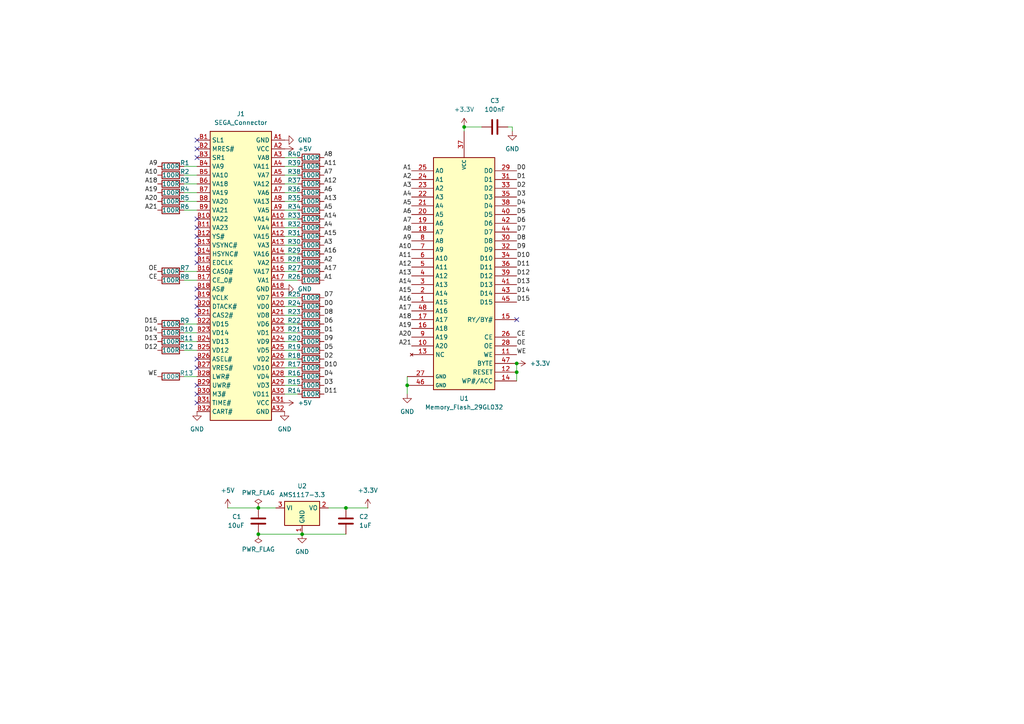
<source format=kicad_sch>
(kicad_sch
	(version 20250114)
	(generator "eeschema")
	(generator_version "9.0")
	(uuid "48f9c401-7896-46be-80b8-9e472c40a7ef")
	(paper "A4")
	(title_block
		(title "SEGA MD Cart")
		(date "2025-12-07")
		(company "JRBVZ")
	)
	(lib_symbols
		(symbol "Device:C"
			(pin_numbers
				(hide yes)
			)
			(pin_names
				(offset 0.254)
			)
			(exclude_from_sim no)
			(in_bom yes)
			(on_board yes)
			(property "Reference" "C"
				(at 0.635 2.54 0)
				(effects
					(font
						(size 1.27 1.27)
					)
					(justify left)
				)
			)
			(property "Value" "C"
				(at 0.635 -2.54 0)
				(effects
					(font
						(size 1.27 1.27)
					)
					(justify left)
				)
			)
			(property "Footprint" ""
				(at 0.9652 -3.81 0)
				(effects
					(font
						(size 1.27 1.27)
					)
					(hide yes)
				)
			)
			(property "Datasheet" "~"
				(at 0 0 0)
				(effects
					(font
						(size 1.27 1.27)
					)
					(hide yes)
				)
			)
			(property "Description" "Unpolarized capacitor"
				(at 0 0 0)
				(effects
					(font
						(size 1.27 1.27)
					)
					(hide yes)
				)
			)
			(property "ki_keywords" "cap capacitor"
				(at 0 0 0)
				(effects
					(font
						(size 1.27 1.27)
					)
					(hide yes)
				)
			)
			(property "ki_fp_filters" "C_*"
				(at 0 0 0)
				(effects
					(font
						(size 1.27 1.27)
					)
					(hide yes)
				)
			)
			(symbol "C_0_1"
				(polyline
					(pts
						(xy -2.032 0.762) (xy 2.032 0.762)
					)
					(stroke
						(width 0.508)
						(type default)
					)
					(fill
						(type none)
					)
				)
				(polyline
					(pts
						(xy -2.032 -0.762) (xy 2.032 -0.762)
					)
					(stroke
						(width 0.508)
						(type default)
					)
					(fill
						(type none)
					)
				)
			)
			(symbol "C_1_1"
				(pin passive line
					(at 0 3.81 270)
					(length 2.794)
					(name "~"
						(effects
							(font
								(size 1.27 1.27)
							)
						)
					)
					(number "1"
						(effects
							(font
								(size 1.27 1.27)
							)
						)
					)
				)
				(pin passive line
					(at 0 -3.81 90)
					(length 2.794)
					(name "~"
						(effects
							(font
								(size 1.27 1.27)
							)
						)
					)
					(number "2"
						(effects
							(font
								(size 1.27 1.27)
							)
						)
					)
				)
			)
			(embedded_fonts no)
		)
		(symbol "Device:R"
			(pin_numbers
				(hide yes)
			)
			(pin_names
				(offset 0)
			)
			(exclude_from_sim no)
			(in_bom yes)
			(on_board yes)
			(property "Reference" "R"
				(at 2.032 0 90)
				(effects
					(font
						(size 1.27 1.27)
					)
				)
			)
			(property "Value" "R"
				(at 0 0 90)
				(effects
					(font
						(size 1.27 1.27)
					)
				)
			)
			(property "Footprint" ""
				(at -1.778 0 90)
				(effects
					(font
						(size 1.27 1.27)
					)
					(hide yes)
				)
			)
			(property "Datasheet" "~"
				(at 0 0 0)
				(effects
					(font
						(size 1.27 1.27)
					)
					(hide yes)
				)
			)
			(property "Description" "Resistor"
				(at 0 0 0)
				(effects
					(font
						(size 1.27 1.27)
					)
					(hide yes)
				)
			)
			(property "ki_keywords" "R res resistor"
				(at 0 0 0)
				(effects
					(font
						(size 1.27 1.27)
					)
					(hide yes)
				)
			)
			(property "ki_fp_filters" "R_*"
				(at 0 0 0)
				(effects
					(font
						(size 1.27 1.27)
					)
					(hide yes)
				)
			)
			(symbol "R_0_1"
				(rectangle
					(start -1.016 -2.54)
					(end 1.016 2.54)
					(stroke
						(width 0.254)
						(type default)
					)
					(fill
						(type none)
					)
				)
			)
			(symbol "R_1_1"
				(pin passive line
					(at 0 3.81 270)
					(length 1.27)
					(name "~"
						(effects
							(font
								(size 1.27 1.27)
							)
						)
					)
					(number "1"
						(effects
							(font
								(size 1.27 1.27)
							)
						)
					)
				)
				(pin passive line
					(at 0 -3.81 90)
					(length 1.27)
					(name "~"
						(effects
							(font
								(size 1.27 1.27)
							)
						)
					)
					(number "2"
						(effects
							(font
								(size 1.27 1.27)
							)
						)
					)
				)
			)
			(embedded_fonts no)
		)
		(symbol "Regulator_Linear:AMS1117-3.3"
			(exclude_from_sim no)
			(in_bom yes)
			(on_board yes)
			(property "Reference" "U"
				(at -3.81 3.175 0)
				(effects
					(font
						(size 1.27 1.27)
					)
				)
			)
			(property "Value" "AMS1117-3.3"
				(at 0 3.175 0)
				(effects
					(font
						(size 1.27 1.27)
					)
					(justify left)
				)
			)
			(property "Footprint" "Package_TO_SOT_SMD:SOT-223-3_TabPin2"
				(at 0 5.08 0)
				(effects
					(font
						(size 1.27 1.27)
					)
					(hide yes)
				)
			)
			(property "Datasheet" "http://www.advanced-monolithic.com/pdf/ds1117.pdf"
				(at 2.54 -6.35 0)
				(effects
					(font
						(size 1.27 1.27)
					)
					(hide yes)
				)
			)
			(property "Description" "1A Low Dropout regulator, positive, 3.3V fixed output, SOT-223"
				(at 0 0 0)
				(effects
					(font
						(size 1.27 1.27)
					)
					(hide yes)
				)
			)
			(property "ki_keywords" "linear regulator ldo fixed positive"
				(at 0 0 0)
				(effects
					(font
						(size 1.27 1.27)
					)
					(hide yes)
				)
			)
			(property "ki_fp_filters" "SOT?223*TabPin2*"
				(at 0 0 0)
				(effects
					(font
						(size 1.27 1.27)
					)
					(hide yes)
				)
			)
			(symbol "AMS1117-3.3_0_1"
				(rectangle
					(start -5.08 -5.08)
					(end 5.08 1.905)
					(stroke
						(width 0.254)
						(type default)
					)
					(fill
						(type background)
					)
				)
			)
			(symbol "AMS1117-3.3_1_1"
				(pin power_in line
					(at -7.62 0 0)
					(length 2.54)
					(name "VI"
						(effects
							(font
								(size 1.27 1.27)
							)
						)
					)
					(number "3"
						(effects
							(font
								(size 1.27 1.27)
							)
						)
					)
				)
				(pin power_in line
					(at 0 -7.62 90)
					(length 2.54)
					(name "GND"
						(effects
							(font
								(size 1.27 1.27)
							)
						)
					)
					(number "1"
						(effects
							(font
								(size 1.27 1.27)
							)
						)
					)
				)
				(pin power_out line
					(at 7.62 0 180)
					(length 2.54)
					(name "VO"
						(effects
							(font
								(size 1.27 1.27)
							)
						)
					)
					(number "2"
						(effects
							(font
								(size 1.27 1.27)
							)
						)
					)
				)
			)
			(embedded_fonts no)
		)
		(symbol "SEGAv2:Memory_Flash_29GL032"
			(exclude_from_sim no)
			(in_bom yes)
			(on_board yes)
			(property "Reference" "U"
				(at 1.8797 33.02 0)
				(effects
					(font
						(size 1.27 1.27)
					)
					(justify left)
				)
			)
			(property "Value" "Memory_Flash_29GL032"
				(at 1.8797 30.48 0)
				(effects
					(font
						(size 1.27 1.27)
					)
					(justify left)
				)
			)
			(property "Footprint" "Package_SO:TSOP-I-48_18.4x12mm_P0.5mm"
				(at 0 0 0)
				(effects
					(font
						(size 1.27 1.27)
					)
					(hide yes)
				)
			)
			(property "Datasheet" ""
				(at 0 0 0)
				(effects
					(font
						(size 1.27 1.27)
					)
					(hide yes)
				)
			)
			(property "Description" ""
				(at 0 0 0)
				(effects
					(font
						(size 1.27 1.27)
					)
					(hide yes)
				)
			)
			(property "ki_keywords" "Memory Flash 29GL032"
				(at 0 0 0)
				(effects
					(font
						(size 1.27 1.27)
					)
					(hide yes)
				)
			)
			(symbol "Memory_Flash_29GL032_0_1"
				(rectangle
					(start -8.89 29.21)
					(end 8.89 -38.1)
					(stroke
						(width 0.254)
						(type default)
					)
					(fill
						(type background)
					)
				)
			)
			(symbol "Memory_Flash_29GL032_1_1"
				(pin power_in line
					(at -16.51 -34.29 0)
					(length 7.62)
					(name "GND"
						(effects
							(font
								(size 1.016 1.016)
							)
						)
					)
					(number "27"
						(effects
							(font
								(size 1.27 1.27)
							)
						)
					)
				)
				(pin power_in line
					(at -16.51 -36.83 0)
					(length 7.62)
					(name "GND"
						(effects
							(font
								(size 1.016 1.016)
							)
						)
					)
					(number "46"
						(effects
							(font
								(size 1.27 1.27)
							)
						)
					)
				)
				(pin input line
					(at -15.24 25.4 0)
					(length 6.35)
					(name "A0"
						(effects
							(font
								(size 1.27 1.27)
							)
						)
					)
					(number "25"
						(effects
							(font
								(size 1.27 1.27)
							)
						)
					)
				)
				(pin input line
					(at -15.24 22.86 0)
					(length 6.35)
					(name "A1"
						(effects
							(font
								(size 1.27 1.27)
							)
						)
					)
					(number "24"
						(effects
							(font
								(size 1.27 1.27)
							)
						)
					)
				)
				(pin input line
					(at -15.24 20.32 0)
					(length 6.35)
					(name "A2"
						(effects
							(font
								(size 1.27 1.27)
							)
						)
					)
					(number "23"
						(effects
							(font
								(size 1.27 1.27)
							)
						)
					)
				)
				(pin input line
					(at -15.24 17.78 0)
					(length 6.35)
					(name "A3"
						(effects
							(font
								(size 1.27 1.27)
							)
						)
					)
					(number "22"
						(effects
							(font
								(size 1.27 1.27)
							)
						)
					)
				)
				(pin input line
					(at -15.24 15.24 0)
					(length 6.35)
					(name "A4"
						(effects
							(font
								(size 1.27 1.27)
							)
						)
					)
					(number "21"
						(effects
							(font
								(size 1.27 1.27)
							)
						)
					)
				)
				(pin input line
					(at -15.24 12.7 0)
					(length 6.35)
					(name "A5"
						(effects
							(font
								(size 1.27 1.27)
							)
						)
					)
					(number "20"
						(effects
							(font
								(size 1.27 1.27)
							)
						)
					)
				)
				(pin input line
					(at -15.24 10.16 0)
					(length 6.35)
					(name "A6"
						(effects
							(font
								(size 1.27 1.27)
							)
						)
					)
					(number "19"
						(effects
							(font
								(size 1.27 1.27)
							)
						)
					)
				)
				(pin input line
					(at -15.24 7.62 0)
					(length 6.35)
					(name "A7"
						(effects
							(font
								(size 1.27 1.27)
							)
						)
					)
					(number "18"
						(effects
							(font
								(size 1.27 1.27)
							)
						)
					)
				)
				(pin input line
					(at -15.24 5.08 0)
					(length 6.35)
					(name "A8"
						(effects
							(font
								(size 1.27 1.27)
							)
						)
					)
					(number "8"
						(effects
							(font
								(size 1.27 1.27)
							)
						)
					)
				)
				(pin input line
					(at -15.24 2.54 0)
					(length 6.35)
					(name "A9"
						(effects
							(font
								(size 1.27 1.27)
							)
						)
					)
					(number "7"
						(effects
							(font
								(size 1.27 1.27)
							)
						)
					)
				)
				(pin input line
					(at -15.24 0 0)
					(length 6.35)
					(name "A10"
						(effects
							(font
								(size 1.27 1.27)
							)
						)
					)
					(number "6"
						(effects
							(font
								(size 1.27 1.27)
							)
						)
					)
				)
				(pin input line
					(at -15.24 -2.54 0)
					(length 6.35)
					(name "A11"
						(effects
							(font
								(size 1.27 1.27)
							)
						)
					)
					(number "5"
						(effects
							(font
								(size 1.27 1.27)
							)
						)
					)
				)
				(pin input line
					(at -15.24 -5.08 0)
					(length 6.35)
					(name "A12"
						(effects
							(font
								(size 1.27 1.27)
							)
						)
					)
					(number "4"
						(effects
							(font
								(size 1.27 1.27)
							)
						)
					)
				)
				(pin input line
					(at -15.24 -7.62 0)
					(length 6.35)
					(name "A13"
						(effects
							(font
								(size 1.27 1.27)
							)
						)
					)
					(number "3"
						(effects
							(font
								(size 1.27 1.27)
							)
						)
					)
				)
				(pin input line
					(at -15.24 -10.16 0)
					(length 6.35)
					(name "A14"
						(effects
							(font
								(size 1.27 1.27)
							)
						)
					)
					(number "2"
						(effects
							(font
								(size 1.27 1.27)
							)
						)
					)
				)
				(pin input line
					(at -15.24 -12.7 0)
					(length 6.35)
					(name "A15"
						(effects
							(font
								(size 1.27 1.27)
							)
						)
					)
					(number "1"
						(effects
							(font
								(size 1.27 1.27)
							)
						)
					)
				)
				(pin input line
					(at -15.24 -15.24 0)
					(length 6.35)
					(name "A16"
						(effects
							(font
								(size 1.27 1.27)
							)
						)
					)
					(number "48"
						(effects
							(font
								(size 1.27 1.27)
							)
						)
					)
				)
				(pin input line
					(at -15.24 -17.78 0)
					(length 6.35)
					(name "A17"
						(effects
							(font
								(size 1.27 1.27)
							)
						)
					)
					(number "17"
						(effects
							(font
								(size 1.27 1.27)
							)
						)
					)
				)
				(pin input line
					(at -15.24 -20.32 0)
					(length 6.35)
					(name "A18"
						(effects
							(font
								(size 1.27 1.27)
							)
						)
					)
					(number "16"
						(effects
							(font
								(size 1.27 1.27)
							)
						)
					)
				)
				(pin input line
					(at -15.24 -22.86 0)
					(length 6.35)
					(name "A19"
						(effects
							(font
								(size 1.27 1.27)
							)
						)
					)
					(number "9"
						(effects
							(font
								(size 1.27 1.27)
							)
						)
					)
				)
				(pin input line
					(at -15.24 -25.4 0)
					(length 6.35)
					(name "A20"
						(effects
							(font
								(size 1.27 1.27)
							)
						)
					)
					(number "10"
						(effects
							(font
								(size 1.27 1.27)
							)
						)
					)
				)
				(pin no_connect line
					(at -15.24 -27.94 0)
					(length 6.35)
					(name "NC"
						(effects
							(font
								(size 1.27 1.27)
							)
						)
					)
					(number "13"
						(effects
							(font
								(size 1.27 1.27)
							)
						)
					)
				)
				(pin power_in line
					(at 0 36.83 270)
					(length 7.62)
					(name "VCC"
						(effects
							(font
								(size 1.016 1.016)
							)
						)
					)
					(number "37"
						(effects
							(font
								(size 1.27 1.27)
							)
						)
					)
				)
				(pin bidirectional line
					(at 15.24 25.4 180)
					(length 6.35)
					(name "D0"
						(effects
							(font
								(size 1.27 1.27)
							)
						)
					)
					(number "29"
						(effects
							(font
								(size 1.27 1.27)
							)
						)
					)
				)
				(pin bidirectional line
					(at 15.24 22.86 180)
					(length 6.35)
					(name "D1"
						(effects
							(font
								(size 1.27 1.27)
							)
						)
					)
					(number "31"
						(effects
							(font
								(size 1.27 1.27)
							)
						)
					)
				)
				(pin bidirectional line
					(at 15.24 20.32 180)
					(length 6.35)
					(name "D2"
						(effects
							(font
								(size 1.27 1.27)
							)
						)
					)
					(number "33"
						(effects
							(font
								(size 1.27 1.27)
							)
						)
					)
				)
				(pin bidirectional line
					(at 15.24 17.78 180)
					(length 6.35)
					(name "D3"
						(effects
							(font
								(size 1.27 1.27)
							)
						)
					)
					(number "35"
						(effects
							(font
								(size 1.27 1.27)
							)
						)
					)
				)
				(pin bidirectional line
					(at 15.24 15.24 180)
					(length 6.35)
					(name "D4"
						(effects
							(font
								(size 1.27 1.27)
							)
						)
					)
					(number "38"
						(effects
							(font
								(size 1.27 1.27)
							)
						)
					)
				)
				(pin bidirectional line
					(at 15.24 12.7 180)
					(length 6.35)
					(name "D5"
						(effects
							(font
								(size 1.27 1.27)
							)
						)
					)
					(number "40"
						(effects
							(font
								(size 1.27 1.27)
							)
						)
					)
				)
				(pin bidirectional line
					(at 15.24 10.16 180)
					(length 6.35)
					(name "D6"
						(effects
							(font
								(size 1.27 1.27)
							)
						)
					)
					(number "42"
						(effects
							(font
								(size 1.27 1.27)
							)
						)
					)
				)
				(pin bidirectional line
					(at 15.24 7.62 180)
					(length 6.35)
					(name "D7"
						(effects
							(font
								(size 1.27 1.27)
							)
						)
					)
					(number "44"
						(effects
							(font
								(size 1.27 1.27)
							)
						)
					)
				)
				(pin bidirectional line
					(at 15.24 5.08 180)
					(length 6.35)
					(name "D8"
						(effects
							(font
								(size 1.27 1.27)
							)
						)
					)
					(number "30"
						(effects
							(font
								(size 1.27 1.27)
							)
						)
					)
				)
				(pin bidirectional line
					(at 15.24 2.54 180)
					(length 6.35)
					(name "D9"
						(effects
							(font
								(size 1.27 1.27)
							)
						)
					)
					(number "32"
						(effects
							(font
								(size 1.27 1.27)
							)
						)
					)
				)
				(pin bidirectional line
					(at 15.24 0 180)
					(length 6.35)
					(name "D10"
						(effects
							(font
								(size 1.27 1.27)
							)
						)
					)
					(number "34"
						(effects
							(font
								(size 1.27 1.27)
							)
						)
					)
				)
				(pin bidirectional line
					(at 15.24 -2.54 180)
					(length 6.35)
					(name "D11"
						(effects
							(font
								(size 1.27 1.27)
							)
						)
					)
					(number "36"
						(effects
							(font
								(size 1.27 1.27)
							)
						)
					)
				)
				(pin bidirectional line
					(at 15.24 -5.08 180)
					(length 6.35)
					(name "D12"
						(effects
							(font
								(size 1.27 1.27)
							)
						)
					)
					(number "39"
						(effects
							(font
								(size 1.27 1.27)
							)
						)
					)
				)
				(pin bidirectional line
					(at 15.24 -7.62 180)
					(length 6.35)
					(name "D13"
						(effects
							(font
								(size 1.27 1.27)
							)
						)
					)
					(number "41"
						(effects
							(font
								(size 1.27 1.27)
							)
						)
					)
				)
				(pin bidirectional line
					(at 15.24 -10.16 180)
					(length 6.35)
					(name "D14"
						(effects
							(font
								(size 1.27 1.27)
							)
						)
					)
					(number "43"
						(effects
							(font
								(size 1.27 1.27)
							)
						)
					)
				)
				(pin bidirectional line
					(at 15.24 -12.7 180)
					(length 6.35)
					(name "D15"
						(effects
							(font
								(size 1.27 1.27)
							)
						)
					)
					(number "45"
						(effects
							(font
								(size 1.27 1.27)
							)
						)
					)
				)
				(pin input line
					(at 15.24 -17.78 180)
					(length 6.35)
					(name "RY/BY#"
						(effects
							(font
								(size 1.27 1.27)
							)
						)
					)
					(number "15"
						(effects
							(font
								(size 1.27 1.27)
							)
						)
					)
				)
				(pin input line
					(at 15.24 -22.86 180)
					(length 6.35)
					(name "CE"
						(effects
							(font
								(size 1.27 1.27)
							)
						)
					)
					(number "26"
						(effects
							(font
								(size 1.27 1.27)
							)
						)
					)
				)
				(pin input line
					(at 15.24 -25.4 180)
					(length 6.35)
					(name "OE"
						(effects
							(font
								(size 1.27 1.27)
							)
						)
					)
					(number "28"
						(effects
							(font
								(size 1.27 1.27)
							)
						)
					)
				)
				(pin input line
					(at 15.24 -27.94 180)
					(length 6.35)
					(name "WE"
						(effects
							(font
								(size 1.27 1.27)
							)
						)
					)
					(number "11"
						(effects
							(font
								(size 1.27 1.27)
							)
						)
					)
				)
				(pin input line
					(at 15.24 -30.48 180)
					(length 6.35)
					(name "BYTE"
						(effects
							(font
								(size 1.27 1.27)
							)
						)
					)
					(number "47"
						(effects
							(font
								(size 1.27 1.27)
							)
						)
					)
				)
				(pin input line
					(at 15.24 -33.02 180)
					(length 6.35)
					(name "RESET"
						(effects
							(font
								(size 1.27 1.27)
							)
						)
					)
					(number "12"
						(effects
							(font
								(size 1.27 1.27)
							)
						)
					)
				)
				(pin input line
					(at 15.24 -35.56 180)
					(length 6.35)
					(name "WP#/ACC"
						(effects
							(font
								(size 1.27 1.27)
							)
						)
					)
					(number "14"
						(effects
							(font
								(size 1.27 1.27)
							)
						)
					)
				)
			)
			(embedded_fonts no)
		)
		(symbol "SEGAv2:SEGA_Connector"
			(exclude_from_sim no)
			(in_bom yes)
			(on_board yes)
			(property "Reference" "J"
				(at -8.89 43.18 0)
				(effects
					(font
						(size 1.27 1.27)
					)
				)
			)
			(property "Value" "SEGA_Connector"
				(at 8.89 43.18 0)
				(effects
					(font
						(size 1.27 1.27)
					)
				)
			)
			(property "Footprint" ""
				(at 0 5.08 0)
				(effects
					(font
						(size 1.27 1.27)
					)
					(hide yes)
				)
			)
			(property "Datasheet" ""
				(at -1.27 -24.13 0)
				(effects
					(font
						(size 1.27 1.27)
					)
					(hide yes)
				)
			)
			(property "Description" "SEGA Connector"
				(at 0 0 0)
				(effects
					(font
						(size 1.27 1.27)
					)
					(hide yes)
				)
			)
			(property "ki_keywords" "sega connector"
				(at 0 0 0)
				(effects
					(font
						(size 1.27 1.27)
					)
					(hide yes)
				)
			)
			(property "ki_fp_filters" "*PCIexpress*"
				(at 0 0 0)
				(effects
					(font
						(size 1.27 1.27)
					)
					(hide yes)
				)
			)
			(symbol "SEGA_Connector_0_1"
				(rectangle
					(start -8.89 41.91)
					(end 8.89 -41.91)
					(stroke
						(width 0.254)
						(type default)
					)
					(fill
						(type background)
					)
				)
			)
			(symbol "SEGA_Connector_1_1"
				(pin passive line
					(at -12.7 39.37 0)
					(length 3.81)
					(name "SL1"
						(effects
							(font
								(size 1.27 1.27)
							)
						)
					)
					(number "B1"
						(effects
							(font
								(size 1.27 1.27)
							)
						)
					)
				)
				(pin passive line
					(at -12.7 36.83 0)
					(length 3.81)
					(name "MRES#"
						(effects
							(font
								(size 1.27 1.27)
							)
						)
					)
					(number "B2"
						(effects
							(font
								(size 1.27 1.27)
							)
						)
					)
				)
				(pin passive line
					(at -12.7 34.29 0)
					(length 3.81)
					(name "SR1"
						(effects
							(font
								(size 1.27 1.27)
							)
						)
					)
					(number "B3"
						(effects
							(font
								(size 1.27 1.27)
							)
						)
					)
				)
				(pin passive line
					(at -12.7 31.75 0)
					(length 3.81)
					(name "VA9"
						(effects
							(font
								(size 1.27 1.27)
							)
						)
					)
					(number "B4"
						(effects
							(font
								(size 1.27 1.27)
							)
						)
					)
				)
				(pin passive line
					(at -12.7 29.21 0)
					(length 3.81)
					(name "VA10"
						(effects
							(font
								(size 1.27 1.27)
							)
						)
					)
					(number "B5"
						(effects
							(font
								(size 1.27 1.27)
							)
						)
					)
				)
				(pin passive line
					(at -12.7 26.67 0)
					(length 3.81)
					(name "VA18"
						(effects
							(font
								(size 1.27 1.27)
							)
						)
					)
					(number "B6"
						(effects
							(font
								(size 1.27 1.27)
							)
						)
					)
				)
				(pin passive line
					(at -12.7 24.13 0)
					(length 3.81)
					(name "VA19"
						(effects
							(font
								(size 1.27 1.27)
							)
						)
					)
					(number "B7"
						(effects
							(font
								(size 1.27 1.27)
							)
						)
					)
				)
				(pin passive line
					(at -12.7 21.59 0)
					(length 3.81)
					(name "VA20"
						(effects
							(font
								(size 1.27 1.27)
							)
						)
					)
					(number "B8"
						(effects
							(font
								(size 1.27 1.27)
							)
						)
					)
				)
				(pin passive line
					(at -12.7 19.05 0)
					(length 3.81)
					(name "VA21"
						(effects
							(font
								(size 1.27 1.27)
							)
						)
					)
					(number "B9"
						(effects
							(font
								(size 1.27 1.27)
							)
						)
					)
				)
				(pin passive line
					(at -12.7 16.51 0)
					(length 3.81)
					(name "VA22"
						(effects
							(font
								(size 1.27 1.27)
							)
						)
					)
					(number "B10"
						(effects
							(font
								(size 1.27 1.27)
							)
						)
					)
				)
				(pin passive line
					(at -12.7 13.97 0)
					(length 3.81)
					(name "VA23"
						(effects
							(font
								(size 1.27 1.27)
							)
						)
					)
					(number "B11"
						(effects
							(font
								(size 1.27 1.27)
							)
						)
					)
				)
				(pin passive line
					(at -12.7 11.43 0)
					(length 3.81)
					(name "YS#"
						(effects
							(font
								(size 1.27 1.27)
							)
						)
					)
					(number "B12"
						(effects
							(font
								(size 1.27 1.27)
							)
						)
					)
				)
				(pin passive line
					(at -12.7 8.89 0)
					(length 3.81)
					(name "VSYNC#"
						(effects
							(font
								(size 1.27 1.27)
							)
						)
					)
					(number "B13"
						(effects
							(font
								(size 1.27 1.27)
							)
						)
					)
				)
				(pin passive line
					(at -12.7 6.35 0)
					(length 3.81)
					(name "HSYNC#"
						(effects
							(font
								(size 1.27 1.27)
							)
						)
					)
					(number "B14"
						(effects
							(font
								(size 1.27 1.27)
							)
						)
					)
				)
				(pin passive line
					(at -12.7 3.81 0)
					(length 3.81)
					(name "EDCLK"
						(effects
							(font
								(size 1.27 1.27)
							)
						)
					)
					(number "B15"
						(effects
							(font
								(size 1.27 1.27)
							)
						)
					)
				)
				(pin passive line
					(at -12.7 1.27 0)
					(length 3.81)
					(name "CAS0#"
						(effects
							(font
								(size 1.27 1.27)
							)
						)
					)
					(number "B16"
						(effects
							(font
								(size 1.27 1.27)
							)
						)
					)
				)
				(pin passive line
					(at -12.7 -1.27 0)
					(length 3.81)
					(name "CE_0#"
						(effects
							(font
								(size 1.27 1.27)
							)
						)
					)
					(number "B17"
						(effects
							(font
								(size 1.27 1.27)
							)
						)
					)
				)
				(pin passive line
					(at -12.7 -3.81 0)
					(length 3.81)
					(name "AS#"
						(effects
							(font
								(size 1.27 1.27)
							)
						)
					)
					(number "B18"
						(effects
							(font
								(size 1.27 1.27)
							)
						)
					)
				)
				(pin passive line
					(at -12.7 -6.35 0)
					(length 3.81)
					(name "VCLK"
						(effects
							(font
								(size 1.27 1.27)
							)
						)
					)
					(number "B19"
						(effects
							(font
								(size 1.27 1.27)
							)
						)
					)
				)
				(pin passive line
					(at -12.7 -8.89 0)
					(length 3.81)
					(name "DTACK#"
						(effects
							(font
								(size 1.27 1.27)
							)
						)
					)
					(number "B20"
						(effects
							(font
								(size 1.27 1.27)
							)
						)
					)
				)
				(pin passive line
					(at -12.7 -11.43 0)
					(length 3.81)
					(name "CAS2#"
						(effects
							(font
								(size 1.27 1.27)
							)
						)
					)
					(number "B21"
						(effects
							(font
								(size 1.27 1.27)
							)
						)
					)
				)
				(pin passive line
					(at -12.7 -13.97 0)
					(length 3.81)
					(name "VD15"
						(effects
							(font
								(size 1.27 1.27)
							)
						)
					)
					(number "B22"
						(effects
							(font
								(size 1.27 1.27)
							)
						)
					)
				)
				(pin passive line
					(at -12.7 -16.51 0)
					(length 3.81)
					(name "VD14"
						(effects
							(font
								(size 1.27 1.27)
							)
						)
					)
					(number "B23"
						(effects
							(font
								(size 1.27 1.27)
							)
						)
					)
				)
				(pin passive line
					(at -12.7 -19.05 0)
					(length 3.81)
					(name "VD13"
						(effects
							(font
								(size 1.27 1.27)
							)
						)
					)
					(number "B24"
						(effects
							(font
								(size 1.27 1.27)
							)
						)
					)
				)
				(pin passive line
					(at -12.7 -21.59 0)
					(length 3.81)
					(name "VD12"
						(effects
							(font
								(size 1.27 1.27)
							)
						)
					)
					(number "B25"
						(effects
							(font
								(size 1.27 1.27)
							)
						)
					)
				)
				(pin passive line
					(at -12.7 -24.13 0)
					(length 3.81)
					(name "ASEL#"
						(effects
							(font
								(size 1.27 1.27)
							)
						)
					)
					(number "B26"
						(effects
							(font
								(size 1.27 1.27)
							)
						)
					)
				)
				(pin passive line
					(at -12.7 -26.67 0)
					(length 3.81)
					(name "VRES#"
						(effects
							(font
								(size 1.27 1.27)
							)
						)
					)
					(number "B27"
						(effects
							(font
								(size 1.27 1.27)
							)
						)
					)
				)
				(pin passive line
					(at -12.7 -29.21 0)
					(length 3.81)
					(name "LWR#"
						(effects
							(font
								(size 1.27 1.27)
							)
						)
					)
					(number "B28"
						(effects
							(font
								(size 1.27 1.27)
							)
						)
					)
				)
				(pin passive line
					(at -12.7 -31.75 0)
					(length 3.81)
					(name "UWR#"
						(effects
							(font
								(size 1.27 1.27)
							)
						)
					)
					(number "B29"
						(effects
							(font
								(size 1.27 1.27)
							)
						)
					)
				)
				(pin passive line
					(at -12.7 -34.29 0)
					(length 3.81)
					(name "M3#"
						(effects
							(font
								(size 1.27 1.27)
							)
						)
					)
					(number "B30"
						(effects
							(font
								(size 1.27 1.27)
							)
						)
					)
				)
				(pin passive line
					(at -12.7 -36.83 0)
					(length 3.81)
					(name "TIME#"
						(effects
							(font
								(size 1.27 1.27)
							)
						)
					)
					(number "B31"
						(effects
							(font
								(size 1.27 1.27)
							)
						)
					)
				)
				(pin passive line
					(at -12.7 -39.37 0)
					(length 3.81)
					(name "CART#"
						(effects
							(font
								(size 1.27 1.27)
							)
						)
					)
					(number "B32"
						(effects
							(font
								(size 1.27 1.27)
							)
						)
					)
				)
				(pin passive line
					(at 12.7 39.37 180)
					(length 3.81)
					(name "GND"
						(effects
							(font
								(size 1.27 1.27)
							)
						)
					)
					(number "A1"
						(effects
							(font
								(size 1.27 1.27)
							)
						)
					)
				)
				(pin power_in line
					(at 12.7 36.83 180)
					(length 3.81)
					(name "VCC"
						(effects
							(font
								(size 1.27 1.27)
							)
						)
					)
					(number "A2"
						(effects
							(font
								(size 1.27 1.27)
							)
						)
					)
				)
				(pin passive line
					(at 12.7 34.29 180)
					(length 3.81)
					(name "VA8"
						(effects
							(font
								(size 1.27 1.27)
							)
						)
					)
					(number "A3"
						(effects
							(font
								(size 1.27 1.27)
							)
						)
					)
				)
				(pin passive line
					(at 12.7 31.75 180)
					(length 3.81)
					(name "VA11"
						(effects
							(font
								(size 1.27 1.27)
							)
						)
					)
					(number "A4"
						(effects
							(font
								(size 1.27 1.27)
							)
						)
					)
				)
				(pin passive line
					(at 12.7 29.21 180)
					(length 3.81)
					(name "VA7"
						(effects
							(font
								(size 1.27 1.27)
							)
						)
					)
					(number "A5"
						(effects
							(font
								(size 1.27 1.27)
							)
						)
					)
				)
				(pin passive line
					(at 12.7 26.67 180)
					(length 3.81)
					(name "VA12"
						(effects
							(font
								(size 1.27 1.27)
							)
						)
					)
					(number "A6"
						(effects
							(font
								(size 1.27 1.27)
							)
						)
					)
				)
				(pin passive line
					(at 12.7 24.13 180)
					(length 3.81)
					(name "VA6"
						(effects
							(font
								(size 1.27 1.27)
							)
						)
					)
					(number "A7"
						(effects
							(font
								(size 1.27 1.27)
							)
						)
					)
				)
				(pin passive line
					(at 12.7 21.59 180)
					(length 3.81)
					(name "VA13"
						(effects
							(font
								(size 1.27 1.27)
							)
						)
					)
					(number "A8"
						(effects
							(font
								(size 1.27 1.27)
							)
						)
					)
				)
				(pin passive line
					(at 12.7 19.05 180)
					(length 3.81)
					(name "VA5"
						(effects
							(font
								(size 1.27 1.27)
							)
						)
					)
					(number "A9"
						(effects
							(font
								(size 1.27 1.27)
							)
						)
					)
				)
				(pin passive line
					(at 12.7 16.51 180)
					(length 3.81)
					(name "VA14"
						(effects
							(font
								(size 1.27 1.27)
							)
						)
					)
					(number "A10"
						(effects
							(font
								(size 1.27 1.27)
							)
						)
					)
				)
				(pin passive line
					(at 12.7 13.97 180)
					(length 3.81)
					(name "VA4"
						(effects
							(font
								(size 1.27 1.27)
							)
						)
					)
					(number "A11"
						(effects
							(font
								(size 1.27 1.27)
							)
						)
					)
				)
				(pin passive line
					(at 12.7 11.43 180)
					(length 3.81)
					(name "VA15"
						(effects
							(font
								(size 1.27 1.27)
							)
						)
					)
					(number "A12"
						(effects
							(font
								(size 1.27 1.27)
							)
						)
					)
				)
				(pin passive line
					(at 12.7 8.89 180)
					(length 3.81)
					(name "VA3"
						(effects
							(font
								(size 1.27 1.27)
							)
						)
					)
					(number "A13"
						(effects
							(font
								(size 1.27 1.27)
							)
						)
					)
				)
				(pin passive line
					(at 12.7 6.35 180)
					(length 3.81)
					(name "VA16"
						(effects
							(font
								(size 1.27 1.27)
							)
						)
					)
					(number "A14"
						(effects
							(font
								(size 1.27 1.27)
							)
						)
					)
				)
				(pin passive line
					(at 12.7 3.81 180)
					(length 3.81)
					(name "VA2"
						(effects
							(font
								(size 1.27 1.27)
							)
						)
					)
					(number "A15"
						(effects
							(font
								(size 1.27 1.27)
							)
						)
					)
				)
				(pin passive line
					(at 12.7 1.27 180)
					(length 3.81)
					(name "VA17"
						(effects
							(font
								(size 1.27 1.27)
							)
						)
					)
					(number "A16"
						(effects
							(font
								(size 1.27 1.27)
							)
						)
					)
				)
				(pin passive line
					(at 12.7 -1.27 180)
					(length 3.81)
					(name "VA1"
						(effects
							(font
								(size 1.27 1.27)
							)
						)
					)
					(number "A17"
						(effects
							(font
								(size 1.27 1.27)
							)
						)
					)
				)
				(pin passive line
					(at 12.7 -3.81 180)
					(length 3.81)
					(name "GND"
						(effects
							(font
								(size 1.27 1.27)
							)
						)
					)
					(number "A18"
						(effects
							(font
								(size 1.27 1.27)
							)
						)
					)
				)
				(pin passive line
					(at 12.7 -6.35 180)
					(length 3.81)
					(name "VD7"
						(effects
							(font
								(size 1.27 1.27)
							)
						)
					)
					(number "A19"
						(effects
							(font
								(size 1.27 1.27)
							)
						)
					)
				)
				(pin passive line
					(at 12.7 -8.89 180)
					(length 3.81)
					(name "VD0"
						(effects
							(font
								(size 1.27 1.27)
							)
						)
					)
					(number "A20"
						(effects
							(font
								(size 1.27 1.27)
							)
						)
					)
				)
				(pin passive line
					(at 12.7 -11.43 180)
					(length 3.81)
					(name "VD8"
						(effects
							(font
								(size 1.27 1.27)
							)
						)
					)
					(number "A21"
						(effects
							(font
								(size 1.27 1.27)
							)
						)
					)
				)
				(pin passive line
					(at 12.7 -13.97 180)
					(length 3.81)
					(name "VD6"
						(effects
							(font
								(size 1.27 1.27)
							)
						)
					)
					(number "A22"
						(effects
							(font
								(size 1.27 1.27)
							)
						)
					)
				)
				(pin passive line
					(at 12.7 -16.51 180)
					(length 3.81)
					(name "VD1"
						(effects
							(font
								(size 1.27 1.27)
							)
						)
					)
					(number "A23"
						(effects
							(font
								(size 1.27 1.27)
							)
						)
					)
				)
				(pin passive line
					(at 12.7 -19.05 180)
					(length 3.81)
					(name "VD9"
						(effects
							(font
								(size 1.27 1.27)
							)
						)
					)
					(number "A24"
						(effects
							(font
								(size 1.27 1.27)
							)
						)
					)
				)
				(pin passive line
					(at 12.7 -21.59 180)
					(length 3.81)
					(name "VD5"
						(effects
							(font
								(size 1.27 1.27)
							)
						)
					)
					(number "A25"
						(effects
							(font
								(size 1.27 1.27)
							)
						)
					)
				)
				(pin passive line
					(at 12.7 -24.13 180)
					(length 3.81)
					(name "VD2"
						(effects
							(font
								(size 1.27 1.27)
							)
						)
					)
					(number "A26"
						(effects
							(font
								(size 1.27 1.27)
							)
						)
					)
				)
				(pin passive line
					(at 12.7 -26.67 180)
					(length 3.81)
					(name "VD10"
						(effects
							(font
								(size 1.27 1.27)
							)
						)
					)
					(number "A27"
						(effects
							(font
								(size 1.27 1.27)
							)
						)
					)
				)
				(pin passive line
					(at 12.7 -29.21 180)
					(length 3.81)
					(name "VD4"
						(effects
							(font
								(size 1.27 1.27)
							)
						)
					)
					(number "A28"
						(effects
							(font
								(size 1.27 1.27)
							)
						)
					)
				)
				(pin passive line
					(at 12.7 -31.75 180)
					(length 3.81)
					(name "VD3"
						(effects
							(font
								(size 1.27 1.27)
							)
						)
					)
					(number "A29"
						(effects
							(font
								(size 1.27 1.27)
							)
						)
					)
				)
				(pin passive line
					(at 12.7 -34.29 180)
					(length 3.81)
					(name "VD11"
						(effects
							(font
								(size 1.27 1.27)
							)
						)
					)
					(number "A30"
						(effects
							(font
								(size 1.27 1.27)
							)
						)
					)
				)
				(pin power_in line
					(at 12.7 -36.83 180)
					(length 3.81)
					(name "VCC"
						(effects
							(font
								(size 1.27 1.27)
							)
						)
					)
					(number "A31"
						(effects
							(font
								(size 1.27 1.27)
							)
						)
					)
				)
				(pin passive line
					(at 12.7 -39.37 180)
					(length 3.81)
					(name "GND"
						(effects
							(font
								(size 1.27 1.27)
							)
						)
					)
					(number "A32"
						(effects
							(font
								(size 1.27 1.27)
							)
						)
					)
				)
			)
			(embedded_fonts no)
		)
		(symbol "power:+3.3V"
			(power)
			(pin_numbers
				(hide yes)
			)
			(pin_names
				(offset 0)
				(hide yes)
			)
			(exclude_from_sim no)
			(in_bom yes)
			(on_board yes)
			(property "Reference" "#PWR"
				(at 0 -3.81 0)
				(effects
					(font
						(size 1.27 1.27)
					)
					(hide yes)
				)
			)
			(property "Value" "+3.3V"
				(at 0 3.556 0)
				(effects
					(font
						(size 1.27 1.27)
					)
				)
			)
			(property "Footprint" ""
				(at 0 0 0)
				(effects
					(font
						(size 1.27 1.27)
					)
					(hide yes)
				)
			)
			(property "Datasheet" ""
				(at 0 0 0)
				(effects
					(font
						(size 1.27 1.27)
					)
					(hide yes)
				)
			)
			(property "Description" "Power symbol creates a global label with name \"+3.3V\""
				(at 0 0 0)
				(effects
					(font
						(size 1.27 1.27)
					)
					(hide yes)
				)
			)
			(property "ki_keywords" "global power"
				(at 0 0 0)
				(effects
					(font
						(size 1.27 1.27)
					)
					(hide yes)
				)
			)
			(symbol "+3.3V_0_1"
				(polyline
					(pts
						(xy -0.762 1.27) (xy 0 2.54)
					)
					(stroke
						(width 0)
						(type default)
					)
					(fill
						(type none)
					)
				)
				(polyline
					(pts
						(xy 0 2.54) (xy 0.762 1.27)
					)
					(stroke
						(width 0)
						(type default)
					)
					(fill
						(type none)
					)
				)
				(polyline
					(pts
						(xy 0 0) (xy 0 2.54)
					)
					(stroke
						(width 0)
						(type default)
					)
					(fill
						(type none)
					)
				)
			)
			(symbol "+3.3V_1_1"
				(pin power_in line
					(at 0 0 90)
					(length 0)
					(name "~"
						(effects
							(font
								(size 1.27 1.27)
							)
						)
					)
					(number "1"
						(effects
							(font
								(size 1.27 1.27)
							)
						)
					)
				)
			)
			(embedded_fonts no)
		)
		(symbol "power:+5V"
			(power)
			(pin_numbers
				(hide yes)
			)
			(pin_names
				(offset 0)
				(hide yes)
			)
			(exclude_from_sim no)
			(in_bom yes)
			(on_board yes)
			(property "Reference" "#PWR"
				(at 0 -3.81 0)
				(effects
					(font
						(size 1.27 1.27)
					)
					(hide yes)
				)
			)
			(property "Value" "+5V"
				(at 0 3.556 0)
				(effects
					(font
						(size 1.27 1.27)
					)
				)
			)
			(property "Footprint" ""
				(at 0 0 0)
				(effects
					(font
						(size 1.27 1.27)
					)
					(hide yes)
				)
			)
			(property "Datasheet" ""
				(at 0 0 0)
				(effects
					(font
						(size 1.27 1.27)
					)
					(hide yes)
				)
			)
			(property "Description" "Power symbol creates a global label with name \"+5V\""
				(at 0 0 0)
				(effects
					(font
						(size 1.27 1.27)
					)
					(hide yes)
				)
			)
			(property "ki_keywords" "global power"
				(at 0 0 0)
				(effects
					(font
						(size 1.27 1.27)
					)
					(hide yes)
				)
			)
			(symbol "+5V_0_1"
				(polyline
					(pts
						(xy -0.762 1.27) (xy 0 2.54)
					)
					(stroke
						(width 0)
						(type default)
					)
					(fill
						(type none)
					)
				)
				(polyline
					(pts
						(xy 0 2.54) (xy 0.762 1.27)
					)
					(stroke
						(width 0)
						(type default)
					)
					(fill
						(type none)
					)
				)
				(polyline
					(pts
						(xy 0 0) (xy 0 2.54)
					)
					(stroke
						(width 0)
						(type default)
					)
					(fill
						(type none)
					)
				)
			)
			(symbol "+5V_1_1"
				(pin power_in line
					(at 0 0 90)
					(length 0)
					(name "~"
						(effects
							(font
								(size 1.27 1.27)
							)
						)
					)
					(number "1"
						(effects
							(font
								(size 1.27 1.27)
							)
						)
					)
				)
			)
			(embedded_fonts no)
		)
		(symbol "power:GND"
			(power)
			(pin_numbers
				(hide yes)
			)
			(pin_names
				(offset 0)
				(hide yes)
			)
			(exclude_from_sim no)
			(in_bom yes)
			(on_board yes)
			(property "Reference" "#PWR"
				(at 0 -6.35 0)
				(effects
					(font
						(size 1.27 1.27)
					)
					(hide yes)
				)
			)
			(property "Value" "GND"
				(at 0 -3.81 0)
				(effects
					(font
						(size 1.27 1.27)
					)
				)
			)
			(property "Footprint" ""
				(at 0 0 0)
				(effects
					(font
						(size 1.27 1.27)
					)
					(hide yes)
				)
			)
			(property "Datasheet" ""
				(at 0 0 0)
				(effects
					(font
						(size 1.27 1.27)
					)
					(hide yes)
				)
			)
			(property "Description" "Power symbol creates a global label with name \"GND\" , ground"
				(at 0 0 0)
				(effects
					(font
						(size 1.27 1.27)
					)
					(hide yes)
				)
			)
			(property "ki_keywords" "global power"
				(at 0 0 0)
				(effects
					(font
						(size 1.27 1.27)
					)
					(hide yes)
				)
			)
			(symbol "GND_0_1"
				(polyline
					(pts
						(xy 0 0) (xy 0 -1.27) (xy 1.27 -1.27) (xy 0 -2.54) (xy -1.27 -1.27) (xy 0 -1.27)
					)
					(stroke
						(width 0)
						(type default)
					)
					(fill
						(type none)
					)
				)
			)
			(symbol "GND_1_1"
				(pin power_in line
					(at 0 0 270)
					(length 0)
					(name "~"
						(effects
							(font
								(size 1.27 1.27)
							)
						)
					)
					(number "1"
						(effects
							(font
								(size 1.27 1.27)
							)
						)
					)
				)
			)
			(embedded_fonts no)
		)
		(symbol "power:PWR_FLAG"
			(power)
			(pin_numbers
				(hide yes)
			)
			(pin_names
				(offset 0)
				(hide yes)
			)
			(exclude_from_sim no)
			(in_bom yes)
			(on_board yes)
			(property "Reference" "#FLG"
				(at 0 1.905 0)
				(effects
					(font
						(size 1.27 1.27)
					)
					(hide yes)
				)
			)
			(property "Value" "PWR_FLAG"
				(at 0 3.81 0)
				(effects
					(font
						(size 1.27 1.27)
					)
				)
			)
			(property "Footprint" ""
				(at 0 0 0)
				(effects
					(font
						(size 1.27 1.27)
					)
					(hide yes)
				)
			)
			(property "Datasheet" "~"
				(at 0 0 0)
				(effects
					(font
						(size 1.27 1.27)
					)
					(hide yes)
				)
			)
			(property "Description" "Special symbol for telling ERC where power comes from"
				(at 0 0 0)
				(effects
					(font
						(size 1.27 1.27)
					)
					(hide yes)
				)
			)
			(property "ki_keywords" "flag power"
				(at 0 0 0)
				(effects
					(font
						(size 1.27 1.27)
					)
					(hide yes)
				)
			)
			(symbol "PWR_FLAG_0_0"
				(pin power_out line
					(at 0 0 90)
					(length 0)
					(name "~"
						(effects
							(font
								(size 1.27 1.27)
							)
						)
					)
					(number "1"
						(effects
							(font
								(size 1.27 1.27)
							)
						)
					)
				)
			)
			(symbol "PWR_FLAG_0_1"
				(polyline
					(pts
						(xy 0 0) (xy 0 1.27) (xy -1.016 1.905) (xy 0 2.54) (xy 1.016 1.905) (xy 0 1.27)
					)
					(stroke
						(width 0)
						(type default)
					)
					(fill
						(type none)
					)
				)
			)
			(embedded_fonts no)
		)
	)
	(junction
		(at 100.33 147.32)
		(diameter 0)
		(color 0 0 0 0)
		(uuid "08c5c6c9-385e-4423-8a04-98603a4f0f5f")
	)
	(junction
		(at 74.93 147.32)
		(diameter 0)
		(color 0 0 0 0)
		(uuid "0903dc53-243f-4965-acdf-b128c5d7208f")
	)
	(junction
		(at 118.11 111.76)
		(diameter 0)
		(color 0 0 0 0)
		(uuid "3a64adb2-4ac8-47cf-9296-f65f63b2372f")
	)
	(junction
		(at 149.86 105.41)
		(diameter 0)
		(color 0 0 0 0)
		(uuid "65517df2-8d92-4ab0-ba03-f07ff893efcd")
	)
	(junction
		(at 149.86 107.95)
		(diameter 0)
		(color 0 0 0 0)
		(uuid "658a2e6d-5170-452f-a4f3-27228002b101")
	)
	(junction
		(at 87.63 154.94)
		(diameter 0)
		(color 0 0 0 0)
		(uuid "89d3c6ac-5f35-419a-b92c-827eb68f96de")
	)
	(junction
		(at 74.93 154.94)
		(diameter 0)
		(color 0 0 0 0)
		(uuid "91c6d87d-5204-4f8e-88f2-9a5fe4c1efd8")
	)
	(junction
		(at 134.62 36.83)
		(diameter 0)
		(color 0 0 0 0)
		(uuid "c8bbf649-9c33-46c8-9d42-d897b69cbb37")
	)
	(no_connect
		(at 57.15 63.5)
		(uuid "035542cc-f293-4026-8ed9-bb3ae3745eed")
	)
	(no_connect
		(at 57.15 106.68)
		(uuid "3659462f-5a75-493b-a278-c0fc2f0e9f2a")
	)
	(no_connect
		(at 57.15 86.36)
		(uuid "3d7c7911-2f8a-4dd2-8858-38e22f976c9c")
	)
	(no_connect
		(at 57.15 73.66)
		(uuid "4dc81eaa-55e6-4e03-bd11-341838c29b51")
	)
	(no_connect
		(at 57.15 68.58)
		(uuid "7ba4833a-c184-4b3d-8c3e-2e5136a47ab4")
	)
	(no_connect
		(at 57.15 40.64)
		(uuid "7c51d491-a1bf-4e50-b3a6-86426c52adfa")
	)
	(no_connect
		(at 57.15 104.14)
		(uuid "7e4f724e-1243-4989-98d6-fe01b36c08d1")
	)
	(no_connect
		(at 57.15 91.44)
		(uuid "89ab0b11-a68a-4208-8066-4de7d5df0391")
	)
	(no_connect
		(at 57.15 88.9)
		(uuid "8ec07a1c-e70d-4d74-bb93-25bc0e1bddc5")
	)
	(no_connect
		(at 57.15 76.2)
		(uuid "97a8583c-1f9b-4c32-bdf9-581916162516")
	)
	(no_connect
		(at 57.15 116.84)
		(uuid "a153a370-161e-4566-b251-7cc1151c3cb0")
	)
	(no_connect
		(at 57.15 43.18)
		(uuid "a22e730b-e9d9-4801-bb79-f81ddcd1791a")
	)
	(no_connect
		(at 57.15 66.04)
		(uuid "b1abc671-2a9a-4fb8-ab70-4c1024d06e3d")
	)
	(no_connect
		(at 57.15 45.72)
		(uuid "c54b0402-7a98-478b-aa54-2e663403d51f")
	)
	(no_connect
		(at 57.15 83.82)
		(uuid "c55dd641-be49-4648-af5b-ab5c19cf2acc")
	)
	(no_connect
		(at 57.15 71.12)
		(uuid "c818376e-7874-43ca-ac46-bffb96921e28")
	)
	(no_connect
		(at 149.86 92.71)
		(uuid "eab0badd-f65e-4982-a867-22be66ea60e9")
	)
	(no_connect
		(at 57.15 111.76)
		(uuid "ee393e85-1036-4eea-9605-795b92345b92")
	)
	(no_connect
		(at 57.15 114.3)
		(uuid "f67e83e9-f059-4c6b-a8f8-4dbbce018bde")
	)
	(wire
		(pts
			(xy 86.36 66.04) (xy 82.55 66.04)
		)
		(stroke
			(width 0)
			(type default)
		)
		(uuid "0160752d-6767-4130-b1d1-d6f6b0745550")
	)
	(wire
		(pts
			(xy 86.36 111.76) (xy 82.55 111.76)
		)
		(stroke
			(width 0)
			(type default)
		)
		(uuid "06129f66-37b8-41f8-9e7b-08906dd316de")
	)
	(wire
		(pts
			(xy 53.34 53.34) (xy 57.15 53.34)
		)
		(stroke
			(width 0)
			(type default)
		)
		(uuid "0a9aad58-c971-41b1-81ea-4843332ae52b")
	)
	(wire
		(pts
			(xy 86.36 78.74) (xy 82.55 78.74)
		)
		(stroke
			(width 0)
			(type default)
		)
		(uuid "0c78bebf-ad36-484c-9f35-f62f523bba1c")
	)
	(wire
		(pts
			(xy 53.34 55.88) (xy 57.15 55.88)
		)
		(stroke
			(width 0)
			(type default)
		)
		(uuid "0f3c4561-9f20-459c-b66e-f7e449fb6723")
	)
	(wire
		(pts
			(xy 74.93 154.94) (xy 87.63 154.94)
		)
		(stroke
			(width 0)
			(type default)
		)
		(uuid "0fa837ba-8cbd-447e-b18a-282d209f816f")
	)
	(wire
		(pts
			(xy 118.11 111.76) (xy 118.11 114.3)
		)
		(stroke
			(width 0)
			(type default)
		)
		(uuid "124738ac-e177-41ee-9329-7d1abf52de28")
	)
	(wire
		(pts
			(xy 118.11 109.22) (xy 118.11 111.76)
		)
		(stroke
			(width 0)
			(type default)
		)
		(uuid "133e58a0-1f96-4abd-b32f-8cd2fc0c22f9")
	)
	(wire
		(pts
			(xy 147.32 36.83) (xy 148.59 36.83)
		)
		(stroke
			(width 0)
			(type default)
		)
		(uuid "1bb277c5-6f4c-4eed-8fa3-23273ab027e2")
	)
	(wire
		(pts
			(xy 86.36 81.28) (xy 82.55 81.28)
		)
		(stroke
			(width 0)
			(type default)
		)
		(uuid "1c059ee7-f925-4316-933f-07a69973a622")
	)
	(wire
		(pts
			(xy 82.55 50.8) (xy 86.36 50.8)
		)
		(stroke
			(width 0)
			(type default)
		)
		(uuid "1e22bd6d-b4cb-403b-a3ae-21bc09cc1ee4")
	)
	(wire
		(pts
			(xy 86.36 60.96) (xy 82.55 60.96)
		)
		(stroke
			(width 0)
			(type default)
		)
		(uuid "2037ffc8-dd5e-46a9-854c-1bde9827176c")
	)
	(wire
		(pts
			(xy 149.86 107.95) (xy 149.86 110.49)
		)
		(stroke
			(width 0)
			(type default)
		)
		(uuid "203cc1da-100a-42ff-88ad-d70c4a100556")
	)
	(wire
		(pts
			(xy 86.36 55.88) (xy 82.55 55.88)
		)
		(stroke
			(width 0)
			(type default)
		)
		(uuid "29509e12-b3ff-4387-be83-c1ae11171a42")
	)
	(wire
		(pts
			(xy 86.36 114.3) (xy 82.55 114.3)
		)
		(stroke
			(width 0)
			(type default)
		)
		(uuid "4251179d-31f3-4458-8e02-abab6c482c85")
	)
	(wire
		(pts
			(xy 86.36 45.72) (xy 82.55 45.72)
		)
		(stroke
			(width 0)
			(type default)
		)
		(uuid "4ae489e9-8121-41e3-ad59-49f4e9a5033a")
	)
	(wire
		(pts
			(xy 86.36 58.42) (xy 82.55 58.42)
		)
		(stroke
			(width 0)
			(type default)
		)
		(uuid "4cec6f53-459d-4b60-bf0a-9aa667806f07")
	)
	(wire
		(pts
			(xy 86.36 53.34) (xy 82.55 53.34)
		)
		(stroke
			(width 0)
			(type default)
		)
		(uuid "588884b1-7396-49f4-8dae-cead3621d523")
	)
	(wire
		(pts
			(xy 149.86 105.41) (xy 149.86 107.95)
		)
		(stroke
			(width 0)
			(type default)
		)
		(uuid "59b8cc71-929e-4bc8-9cdc-fc9184d350e7")
	)
	(wire
		(pts
			(xy 100.33 147.32) (xy 106.68 147.32)
		)
		(stroke
			(width 0)
			(type default)
		)
		(uuid "631bd97c-19a2-40d5-b764-ee948db5b01e")
	)
	(wire
		(pts
			(xy 86.36 68.58) (xy 82.55 68.58)
		)
		(stroke
			(width 0)
			(type default)
		)
		(uuid "679d6cdc-42ea-4069-b306-544f658f5d7e")
	)
	(wire
		(pts
			(xy 53.34 96.52) (xy 57.15 96.52)
		)
		(stroke
			(width 0)
			(type default)
		)
		(uuid "67de0e7f-6bcd-4c75-89a3-02d91fa0bf34")
	)
	(wire
		(pts
			(xy 86.36 93.98) (xy 82.55 93.98)
		)
		(stroke
			(width 0)
			(type default)
		)
		(uuid "727c6eca-83c8-4bf2-90c3-ca0ddd118eea")
	)
	(wire
		(pts
			(xy 53.34 58.42) (xy 57.15 58.42)
		)
		(stroke
			(width 0)
			(type default)
		)
		(uuid "734f4e41-36a6-416a-a058-edbe1817eda3")
	)
	(wire
		(pts
			(xy 86.36 76.2) (xy 82.55 76.2)
		)
		(stroke
			(width 0)
			(type default)
		)
		(uuid "7d1f7732-97ad-49ab-9f8a-0edbe73a297f")
	)
	(wire
		(pts
			(xy 53.34 99.06) (xy 57.15 99.06)
		)
		(stroke
			(width 0)
			(type default)
		)
		(uuid "7ff234cc-025f-4d7f-9fea-0075f6a749b2")
	)
	(wire
		(pts
			(xy 86.36 96.52) (xy 82.55 96.52)
		)
		(stroke
			(width 0)
			(type default)
		)
		(uuid "82d3ab27-8cdf-4b25-a300-6e415dac5d85")
	)
	(wire
		(pts
			(xy 86.36 63.5) (xy 82.55 63.5)
		)
		(stroke
			(width 0)
			(type default)
		)
		(uuid "841954fd-94cc-4fb9-95fd-c19cd9e20ffb")
	)
	(wire
		(pts
			(xy 86.36 86.36) (xy 82.55 86.36)
		)
		(stroke
			(width 0)
			(type default)
		)
		(uuid "8adb59db-df79-4cd2-a149-497a8df40ac3")
	)
	(wire
		(pts
			(xy 86.36 106.68) (xy 82.55 106.68)
		)
		(stroke
			(width 0)
			(type default)
		)
		(uuid "8f1bb4ea-5016-4dad-9e73-7bf5e23f0570")
	)
	(wire
		(pts
			(xy 82.55 48.26) (xy 86.36 48.26)
		)
		(stroke
			(width 0)
			(type default)
		)
		(uuid "916d89cb-06f3-472f-b153-ebe98d2a3994")
	)
	(wire
		(pts
			(xy 134.62 36.83) (xy 134.62 38.1)
		)
		(stroke
			(width 0)
			(type default)
		)
		(uuid "942e304e-5e0a-4587-8b03-81f992da958d")
	)
	(wire
		(pts
			(xy 86.36 88.9) (xy 82.55 88.9)
		)
		(stroke
			(width 0)
			(type default)
		)
		(uuid "96fb3ba5-aa31-40bd-a4f1-85e9a446684a")
	)
	(wire
		(pts
			(xy 95.25 147.32) (xy 100.33 147.32)
		)
		(stroke
			(width 0)
			(type default)
		)
		(uuid "a0b8d37c-916a-4f1b-8317-910b720e1085")
	)
	(wire
		(pts
			(xy 86.36 104.14) (xy 82.55 104.14)
		)
		(stroke
			(width 0)
			(type default)
		)
		(uuid "a16b1626-324b-451d-884c-b3ccd7f3023b")
	)
	(wire
		(pts
			(xy 86.36 91.44) (xy 82.55 91.44)
		)
		(stroke
			(width 0)
			(type default)
		)
		(uuid "a3e2046b-60ec-46a7-8257-9f4fbf845dc7")
	)
	(wire
		(pts
			(xy 134.62 36.83) (xy 139.7 36.83)
		)
		(stroke
			(width 0)
			(type default)
		)
		(uuid "a4103685-4cac-47b2-b65c-a24005b21a8c")
	)
	(wire
		(pts
			(xy 74.93 147.32) (xy 80.01 147.32)
		)
		(stroke
			(width 0)
			(type default)
		)
		(uuid "a948775f-4daa-4d22-b51d-6a099ae3e30b")
	)
	(wire
		(pts
			(xy 66.04 147.32) (xy 74.93 147.32)
		)
		(stroke
			(width 0)
			(type default)
		)
		(uuid "ad9ee7d1-d433-4084-8efa-6be48151f2e9")
	)
	(wire
		(pts
			(xy 148.59 36.83) (xy 148.59 38.1)
		)
		(stroke
			(width 0)
			(type default)
		)
		(uuid "b190c31c-82a8-4c74-83a7-7b5c5ba66d4b")
	)
	(wire
		(pts
			(xy 86.36 109.22) (xy 82.55 109.22)
		)
		(stroke
			(width 0)
			(type default)
		)
		(uuid "b562c6a7-4de0-46f2-a02a-bac1954861ce")
	)
	(wire
		(pts
			(xy 86.36 73.66) (xy 82.55 73.66)
		)
		(stroke
			(width 0)
			(type default)
		)
		(uuid "be29135c-3426-4342-b64e-1a39f258471b")
	)
	(wire
		(pts
			(xy 53.34 50.8) (xy 57.15 50.8)
		)
		(stroke
			(width 0)
			(type default)
		)
		(uuid "bfcbebb0-1328-48f9-be52-0dc6a6c7fa20")
	)
	(wire
		(pts
			(xy 53.34 48.26) (xy 57.15 48.26)
		)
		(stroke
			(width 0)
			(type default)
		)
		(uuid "c295bbe2-22a0-47a8-868a-068063995e1d")
	)
	(wire
		(pts
			(xy 86.36 101.6) (xy 82.55 101.6)
		)
		(stroke
			(width 0)
			(type default)
		)
		(uuid "c80ef014-08af-495d-b5bb-9c6ca43b7289")
	)
	(wire
		(pts
			(xy 53.34 78.74) (xy 57.15 78.74)
		)
		(stroke
			(width 0)
			(type default)
		)
		(uuid "cd1ac572-a035-453a-abdd-13bbc3b94c61")
	)
	(wire
		(pts
			(xy 53.34 109.22) (xy 57.15 109.22)
		)
		(stroke
			(width 0)
			(type default)
		)
		(uuid "cee3af09-902e-4868-b9be-042b98ccd93a")
	)
	(wire
		(pts
			(xy 53.34 93.98) (xy 57.15 93.98)
		)
		(stroke
			(width 0)
			(type default)
		)
		(uuid "d7e4451e-591a-45c1-9d26-db7a0605b72f")
	)
	(wire
		(pts
			(xy 53.34 81.28) (xy 57.15 81.28)
		)
		(stroke
			(width 0)
			(type default)
		)
		(uuid "d7fda963-6cff-471f-b060-2b6261660073")
	)
	(wire
		(pts
			(xy 87.63 154.94) (xy 100.33 154.94)
		)
		(stroke
			(width 0)
			(type default)
		)
		(uuid "dfd4f148-fa73-4ccb-bb7c-0300432338a6")
	)
	(wire
		(pts
			(xy 53.34 101.6) (xy 57.15 101.6)
		)
		(stroke
			(width 0)
			(type default)
		)
		(uuid "e533c1a1-2392-4464-9be4-02e5d74e0f47")
	)
	(wire
		(pts
			(xy 86.36 99.06) (xy 82.55 99.06)
		)
		(stroke
			(width 0)
			(type default)
		)
		(uuid "e5855464-3bd1-4822-aede-8821014c3733")
	)
	(wire
		(pts
			(xy 53.34 60.96) (xy 57.15 60.96)
		)
		(stroke
			(width 0)
			(type default)
		)
		(uuid "ec8fb0d7-ed00-4df9-8aeb-82dd12025a7a")
	)
	(wire
		(pts
			(xy 86.36 71.12) (xy 82.55 71.12)
		)
		(stroke
			(width 0)
			(type default)
		)
		(uuid "ede38f2d-8213-49ea-9d86-697c775bed25")
	)
	(label "A15"
		(at 119.38 85.09 180)
		(effects
			(font
				(size 1.27 1.27)
			)
			(justify right bottom)
		)
		(uuid "01eaa902-a210-45fa-862f-e7ba5062c91c")
	)
	(label "D7"
		(at 149.86 67.31 0)
		(effects
			(font
				(size 1.27 1.27)
			)
			(justify left bottom)
		)
		(uuid "086994c8-fd74-4de2-97f0-2a5bdd0b35ff")
	)
	(label "D13"
		(at 149.86 82.55 0)
		(effects
			(font
				(size 1.27 1.27)
			)
			(justify left bottom)
		)
		(uuid "0f275fd7-c79d-40c5-83a7-07c8764f089b")
	)
	(label "A16"
		(at 93.98 73.66 0)
		(effects
			(font
				(size 1.27 1.27)
			)
			(justify left bottom)
		)
		(uuid "0f71e6bf-9635-427e-9454-ab0d1d5f5138")
	)
	(label "A18"
		(at 119.38 92.71 180)
		(effects
			(font
				(size 1.27 1.27)
			)
			(justify right bottom)
		)
		(uuid "1c4b734a-492d-4270-9eae-c9b47deddf89")
	)
	(label "A19"
		(at 45.72 55.88 180)
		(effects
			(font
				(size 1.27 1.27)
			)
			(justify right bottom)
		)
		(uuid "1cc828c8-f353-4011-a5e8-615f86ae2bd0")
	)
	(label "A12"
		(at 119.38 77.47 180)
		(effects
			(font
				(size 1.27 1.27)
			)
			(justify right bottom)
		)
		(uuid "20dbc955-e558-4708-99d3-77e95c524954")
	)
	(label "A3"
		(at 119.38 54.61 180)
		(effects
			(font
				(size 1.27 1.27)
			)
			(justify right bottom)
		)
		(uuid "24d17295-26a4-40e6-b230-9daee511c730")
	)
	(label "WE"
		(at 149.86 102.87 0)
		(effects
			(font
				(size 1.27 1.27)
			)
			(justify left bottom)
		)
		(uuid "28e36ac6-f5dc-463a-a92c-bc8fe6203a61")
	)
	(label "A2"
		(at 93.98 76.2 0)
		(effects
			(font
				(size 1.27 1.27)
			)
			(justify left bottom)
		)
		(uuid "2bbd30f5-3a09-4622-80e8-c0817ca27fa8")
	)
	(label "D0"
		(at 93.98 88.9 0)
		(effects
			(font
				(size 1.27 1.27)
			)
			(justify left bottom)
		)
		(uuid "2cd83e49-d74f-411a-8851-59868a2a7430")
	)
	(label "D4"
		(at 93.98 109.22 0)
		(effects
			(font
				(size 1.27 1.27)
			)
			(justify left bottom)
		)
		(uuid "2e3d7275-e3c2-40bc-be44-bfebf9d41db0")
	)
	(label "A9"
		(at 119.38 69.85 180)
		(effects
			(font
				(size 1.27 1.27)
			)
			(justify right bottom)
		)
		(uuid "33455085-4e2e-48b4-89ce-3d3c5251c501")
	)
	(label "A4"
		(at 93.98 66.04 0)
		(effects
			(font
				(size 1.27 1.27)
			)
			(justify left bottom)
		)
		(uuid "379484c1-1a88-4384-abe2-97ce71d320e3")
	)
	(label "A14"
		(at 93.98 63.5 0)
		(effects
			(font
				(size 1.27 1.27)
			)
			(justify left bottom)
		)
		(uuid "37a3b8ef-75c5-4b74-a56e-207e9da30f88")
	)
	(label "D5"
		(at 93.98 101.6 0)
		(effects
			(font
				(size 1.27 1.27)
			)
			(justify left bottom)
		)
		(uuid "3abc6ffe-f574-49ee-8856-e2be964039de")
	)
	(label "D4"
		(at 149.86 59.69 0)
		(effects
			(font
				(size 1.27 1.27)
			)
			(justify left bottom)
		)
		(uuid "3d44afea-a064-4e6f-9966-ee57f42122ec")
	)
	(label "A1"
		(at 119.38 49.53 180)
		(effects
			(font
				(size 1.27 1.27)
			)
			(justify right bottom)
		)
		(uuid "3d54adf6-4b3f-4c05-a19a-de0dfb05d920")
	)
	(label "A11"
		(at 93.98 48.26 0)
		(effects
			(font
				(size 1.27 1.27)
			)
			(justify left bottom)
		)
		(uuid "3e2f343d-2201-428f-974b-a823adaaac3d")
	)
	(label "OE"
		(at 45.72 78.74 180)
		(effects
			(font
				(size 1.27 1.27)
			)
			(justify right bottom)
		)
		(uuid "3f9916a8-ee31-4652-ac46-f6c44b45e2ef")
	)
	(label "D3"
		(at 149.86 57.15 0)
		(effects
			(font
				(size 1.27 1.27)
			)
			(justify left bottom)
		)
		(uuid "44167292-dd7d-44b0-bceb-b40ad2bb66f1")
	)
	(label "A9"
		(at 45.72 48.26 180)
		(effects
			(font
				(size 1.27 1.27)
			)
			(justify right bottom)
		)
		(uuid "4fac0373-36d8-4a2e-acba-834972d14c8c")
	)
	(label "D8"
		(at 149.86 69.85 0)
		(effects
			(font
				(size 1.27 1.27)
			)
			(justify left bottom)
		)
		(uuid "55c16e29-6efd-451f-ba59-785a8835a5bd")
	)
	(label "D0"
		(at 149.86 49.53 0)
		(effects
			(font
				(size 1.27 1.27)
			)
			(justify left bottom)
		)
		(uuid "594044b4-e17f-4ecb-a00d-dcc1455f8caa")
	)
	(label "A21"
		(at 45.72 60.96 180)
		(effects
			(font
				(size 1.27 1.27)
			)
			(justify right bottom)
		)
		(uuid "5e597247-1178-486e-a4b2-963000a7c83b")
	)
	(label "D3"
		(at 93.98 111.76 0)
		(effects
			(font
				(size 1.27 1.27)
			)
			(justify left bottom)
		)
		(uuid "5ee83ac9-0f2c-42ac-805e-e9b3e5f210ff")
	)
	(label "D11"
		(at 93.98 114.3 0)
		(effects
			(font
				(size 1.27 1.27)
			)
			(justify left bottom)
		)
		(uuid "5ef88141-732f-4126-bf97-e4c974a46ea3")
	)
	(label "A13"
		(at 119.38 80.01 180)
		(effects
			(font
				(size 1.27 1.27)
			)
			(justify right bottom)
		)
		(uuid "63187fbc-11b7-4743-b9ae-373a0d3051ad")
	)
	(label "D1"
		(at 93.98 96.52 0)
		(effects
			(font
				(size 1.27 1.27)
			)
			(justify left bottom)
		)
		(uuid "64c07017-3cb7-4957-8690-7e31a8d0d3f1")
	)
	(label "A8"
		(at 93.98 45.72 0)
		(effects
			(font
				(size 1.27 1.27)
			)
			(justify left bottom)
		)
		(uuid "6520f364-884b-48b1-9bbd-f3706eba3a75")
	)
	(label "D12"
		(at 149.86 80.01 0)
		(effects
			(font
				(size 1.27 1.27)
			)
			(justify left bottom)
		)
		(uuid "6bb4cb8b-c204-4607-ba1b-7c1ebc3c2aa5")
	)
	(label "A10"
		(at 45.72 50.8 180)
		(effects
			(font
				(size 1.27 1.27)
			)
			(justify right bottom)
		)
		(uuid "6efd4ef3-855a-42b2-acad-abb8d11884e0")
	)
	(label "D15"
		(at 45.72 93.98 180)
		(effects
			(font
				(size 1.27 1.27)
			)
			(justify right bottom)
		)
		(uuid "705eb543-617b-4d31-9617-5e507f021136")
	)
	(label "CE"
		(at 45.72 81.28 180)
		(effects
			(font
				(size 1.27 1.27)
			)
			(justify right bottom)
		)
		(uuid "77799d98-6805-4fbb-ab61-92e1e9498beb")
	)
	(label "D14"
		(at 45.72 96.52 180)
		(effects
			(font
				(size 1.27 1.27)
			)
			(justify right bottom)
		)
		(uuid "7b9be6ad-b96e-48ad-aae6-07d183d2da05")
	)
	(label "A19"
		(at 119.38 95.25 180)
		(effects
			(font
				(size 1.27 1.27)
			)
			(justify right bottom)
		)
		(uuid "7c83f818-46c7-4fe3-bbf1-8d1535f6984d")
	)
	(label "D2"
		(at 149.86 54.61 0)
		(effects
			(font
				(size 1.27 1.27)
			)
			(justify left bottom)
		)
		(uuid "7e457af6-5587-4b4d-8ef9-01ba901d8617")
	)
	(label "A6"
		(at 93.98 55.88 0)
		(effects
			(font
				(size 1.27 1.27)
			)
			(justify left bottom)
		)
		(uuid "7fea680a-7716-40ef-bd8e-d5b925914369")
	)
	(label "D9"
		(at 149.86 72.39 0)
		(effects
			(font
				(size 1.27 1.27)
			)
			(justify left bottom)
		)
		(uuid "820c9369-9edf-489a-8b33-f5ae1002464b")
	)
	(label "D6"
		(at 149.86 64.77 0)
		(effects
			(font
				(size 1.27 1.27)
			)
			(justify left bottom)
		)
		(uuid "82ff9bb1-d71e-4dbc-bb06-61a5d347a1ea")
	)
	(label "A1"
		(at 93.98 81.28 0)
		(effects
			(font
				(size 1.27 1.27)
			)
			(justify left bottom)
		)
		(uuid "893034a4-387c-4407-a806-1726e6a0e7cf")
	)
	(label "A7"
		(at 93.98 50.8 0)
		(effects
			(font
				(size 1.27 1.27)
			)
			(justify left bottom)
		)
		(uuid "8be7f9c9-8718-413c-a689-e1ae51862258")
	)
	(label "A17"
		(at 93.98 78.74 0)
		(effects
			(font
				(size 1.27 1.27)
			)
			(justify left bottom)
		)
		(uuid "8e6ed3de-3020-40e4-a8ac-03fd4276ec80")
	)
	(label "D14"
		(at 149.86 85.09 0)
		(effects
			(font
				(size 1.27 1.27)
			)
			(justify left bottom)
		)
		(uuid "8ff90b2e-2ac8-4262-bb75-8130af1d35aa")
	)
	(label "D5"
		(at 149.86 62.23 0)
		(effects
			(font
				(size 1.27 1.27)
			)
			(justify left bottom)
		)
		(uuid "9604d862-8a92-4870-918e-52048634fbdd")
	)
	(label "D1"
		(at 149.86 52.07 0)
		(effects
			(font
				(size 1.27 1.27)
			)
			(justify left bottom)
		)
		(uuid "9fde492b-f4ce-4cb5-b4cc-f23256981f74")
	)
	(label "A17"
		(at 119.38 90.17 180)
		(effects
			(font
				(size 1.27 1.27)
			)
			(justify right bottom)
		)
		(uuid "a088689d-dd34-46e0-871b-307d9f895994")
	)
	(label "D15"
		(at 149.86 87.63 0)
		(effects
			(font
				(size 1.27 1.27)
			)
			(justify left bottom)
		)
		(uuid "a54049f2-0a19-4ebf-bc57-a9863a400e2f")
	)
	(label "A21"
		(at 119.38 100.33 180)
		(effects
			(font
				(size 1.27 1.27)
			)
			(justify right bottom)
		)
		(uuid "a5eef5b6-2a2b-4965-8fc9-71df3290d3f9")
	)
	(label "D13"
		(at 45.72 99.06 180)
		(effects
			(font
				(size 1.27 1.27)
			)
			(justify right bottom)
		)
		(uuid "a5f2c4ce-312c-4cc8-9d87-759e94f829d1")
	)
	(label "A4"
		(at 119.38 57.15 180)
		(effects
			(font
				(size 1.27 1.27)
			)
			(justify right bottom)
		)
		(uuid "a794d670-1a6c-4eff-b4b6-58aac5fec8a5")
	)
	(label "A14"
		(at 119.38 82.55 180)
		(effects
			(font
				(size 1.27 1.27)
			)
			(justify right bottom)
		)
		(uuid "a8f7150a-26da-4b7c-a38b-7a5b65400838")
	)
	(label "D7"
		(at 93.98 86.36 0)
		(effects
			(font
				(size 1.27 1.27)
			)
			(justify left bottom)
		)
		(uuid "aacb9901-9c84-4ed0-9180-c8cfc01fa5b0")
	)
	(label "D12"
		(at 45.72 101.6 180)
		(effects
			(font
				(size 1.27 1.27)
			)
			(justify right bottom)
		)
		(uuid "acae3256-eb16-49a9-bb07-0849dd4df528")
	)
	(label "D10"
		(at 93.98 106.68 0)
		(effects
			(font
				(size 1.27 1.27)
			)
			(justify left bottom)
		)
		(uuid "aedf5636-8355-4373-a959-822981b6f041")
	)
	(label "A2"
		(at 119.38 52.07 180)
		(effects
			(font
				(size 1.27 1.27)
			)
			(justify right bottom)
		)
		(uuid "b04a3398-c357-4ff7-a2f3-d0b41d7b7da2")
	)
	(label "A5"
		(at 93.98 60.96 0)
		(effects
			(font
				(size 1.27 1.27)
			)
			(justify left bottom)
		)
		(uuid "b2678a8a-0acd-493a-92b2-eff4822ef8d3")
	)
	(label "D8"
		(at 93.98 91.44 0)
		(effects
			(font
				(size 1.27 1.27)
			)
			(justify left bottom)
		)
		(uuid "b272adb0-2038-4ad1-a83b-a9025e0f4471")
	)
	(label "A11"
		(at 119.38 74.93 180)
		(effects
			(font
				(size 1.27 1.27)
			)
			(justify right bottom)
		)
		(uuid "bcda5d60-0aa1-4a6d-9c20-8cefaf0754f7")
	)
	(label "A6"
		(at 119.38 62.23 180)
		(effects
			(font
				(size 1.27 1.27)
			)
			(justify right bottom)
		)
		(uuid "beca24eb-e4f6-4f73-a32d-d72aad5a2b88")
	)
	(label "D2"
		(at 93.98 104.14 0)
		(effects
			(font
				(size 1.27 1.27)
			)
			(justify left bottom)
		)
		(uuid "c1572fd1-ab38-4030-8867-19ffd6c2121a")
	)
	(label "D10"
		(at 149.86 74.93 0)
		(effects
			(font
				(size 1.27 1.27)
			)
			(justify left bottom)
		)
		(uuid "c76ee712-bd8f-4aa5-a443-f00c04e7813b")
	)
	(label "D9"
		(at 93.98 99.06 0)
		(effects
			(font
				(size 1.27 1.27)
			)
			(justify left bottom)
		)
		(uuid "ca50ca17-d44f-499f-9aa8-bea310b1264f")
	)
	(label "A10"
		(at 119.38 72.39 180)
		(effects
			(font
				(size 1.27 1.27)
			)
			(justify right bottom)
		)
		(uuid "cbe7f8d1-308a-4f29-9650-0b441bd12304")
	)
	(label "WE"
		(at 45.72 109.22 180)
		(effects
			(font
				(size 1.27 1.27)
			)
			(justify right bottom)
		)
		(uuid "cd5e897b-d07f-4da8-8ceb-48790a0b8d7b")
	)
	(label "A8"
		(at 119.38 67.31 180)
		(effects
			(font
				(size 1.27 1.27)
			)
			(justify right bottom)
		)
		(uuid "cfca7d7c-b707-4e6a-8386-d2591b22fcbc")
	)
	(label "A16"
		(at 119.38 87.63 180)
		(effects
			(font
				(size 1.27 1.27)
			)
			(justify right bottom)
		)
		(uuid "d0948c61-4051-4d7d-8dec-f3d6bb236d42")
	)
	(label "A20"
		(at 119.38 97.79 180)
		(effects
			(font
				(size 1.27 1.27)
			)
			(justify right bottom)
		)
		(uuid "d0b14439-add1-4e2a-905c-14cd5379ed23")
	)
	(label "A18"
		(at 45.72 53.34 180)
		(effects
			(font
				(size 1.27 1.27)
			)
			(justify right bottom)
		)
		(uuid "d4ce1a16-3f66-4dd6-bb00-7158e0887d2f")
	)
	(label "A5"
		(at 119.38 59.69 180)
		(effects
			(font
				(size 1.27 1.27)
			)
			(justify right bottom)
		)
		(uuid "d7914776-a397-4c24-b62e-fd9df38b5924")
	)
	(label "OE"
		(at 149.86 100.33 0)
		(effects
			(font
				(size 1.27 1.27)
			)
			(justify left bottom)
		)
		(uuid "d7e5bf57-26f6-4c0d-a2b8-05260d330826")
	)
	(label "A20"
		(at 45.72 58.42 180)
		(effects
			(font
				(size 1.27 1.27)
			)
			(justify right bottom)
		)
		(uuid "ddcf972a-4b07-4795-858a-e352163f6bf8")
	)
	(label "CE"
		(at 149.86 97.79 0)
		(effects
			(font
				(size 1.27 1.27)
			)
			(justify left bottom)
		)
		(uuid "f01fa6c8-60d8-4c16-8497-1a97492abf7d")
	)
	(label "D6"
		(at 93.98 93.98 0)
		(effects
			(font
				(size 1.27 1.27)
			)
			(justify left bottom)
		)
		(uuid "f290c42a-430c-41ca-aa18-0377eeed971d")
	)
	(label "A12"
		(at 93.98 53.34 0)
		(effects
			(font
				(size 1.27 1.27)
			)
			(justify left bottom)
		)
		(uuid "f31001fa-2ad0-45df-870a-4cb0d874dd3f")
	)
	(label "A13"
		(at 93.98 58.42 0)
		(effects
			(font
				(size 1.27 1.27)
			)
			(justify left bottom)
		)
		(uuid "f34c9c94-caed-466d-854f-c5e2bbf1cc2a")
	)
	(label "A3"
		(at 93.98 71.12 0)
		(effects
			(font
				(size 1.27 1.27)
			)
			(justify left bottom)
		)
		(uuid "f6686ed9-377a-4671-a544-e6a9a3456e07")
	)
	(label "A7"
		(at 119.38 64.77 180)
		(effects
			(font
				(size 1.27 1.27)
			)
			(justify right bottom)
		)
		(uuid "f716923f-0921-4e90-941b-a8b1c41349a3")
	)
	(label "D11"
		(at 149.86 77.47 0)
		(effects
			(font
				(size 1.27 1.27)
			)
			(justify left bottom)
		)
		(uuid "f9c4e1b7-2113-4060-874c-a58094eb449a")
	)
	(label "A15"
		(at 93.98 68.58 0)
		(effects
			(font
				(size 1.27 1.27)
			)
			(justify left bottom)
		)
		(uuid "fec64fac-8841-477d-a68d-c0ca0f555ce1")
	)
	(symbol
		(lib_id "Device:R")
		(at 49.53 58.42 90)
		(unit 1)
		(exclude_from_sim no)
		(in_bom yes)
		(on_board yes)
		(dnp no)
		(uuid "05aad6ea-286d-40d3-bafa-38b0fbbbf7e7")
		(property "Reference" "R5"
			(at 53.594 57.404 90)
			(effects
				(font
					(size 1.27 1.27)
				)
			)
		)
		(property "Value" "100R"
			(at 49.53 58.42 90)
			(effects
				(font
					(size 1.27 1.27)
				)
			)
		)
		(property "Footprint" "Resistor_SMD:R_0805_2012Metric_Pad1.20x1.40mm_HandSolder"
			(at 49.53 60.198 90)
			(effects
				(font
					(size 1.27 1.27)
				)
				(hide yes)
			)
		)
		(property "Datasheet" "~"
			(at 49.53 58.42 0)
			(effects
				(font
					(size 1.27 1.27)
				)
				(hide yes)
			)
		)
		(property "Description" "Resistor"
			(at 49.53 58.42 0)
			(effects
				(font
					(size 1.27 1.27)
				)
				(hide yes)
			)
		)
		(pin "1"
			(uuid "cfd4ce45-c09b-42fa-8467-fded6e85d7c1")
		)
		(pin "2"
			(uuid "182d3ff5-bbbb-42fa-aca7-50efd60245b8")
		)
		(instances
			(project "SEGA-Simple-Cart"
				(path "/48f9c401-7896-46be-80b8-9e472c40a7ef"
					(reference "R5")
					(unit 1)
				)
			)
		)
	)
	(symbol
		(lib_id "Device:R")
		(at 49.53 93.98 90)
		(unit 1)
		(exclude_from_sim no)
		(in_bom yes)
		(on_board yes)
		(dnp no)
		(uuid "05eab302-69dd-4fcf-a383-e34fba033a75")
		(property "Reference" "R9"
			(at 53.594 92.964 90)
			(effects
				(font
					(size 1.27 1.27)
				)
			)
		)
		(property "Value" "100R"
			(at 49.53 93.98 90)
			(effects
				(font
					(size 1.27 1.27)
				)
			)
		)
		(property "Footprint" "Resistor_SMD:R_0805_2012Metric_Pad1.20x1.40mm_HandSolder"
			(at 49.53 95.758 90)
			(effects
				(font
					(size 1.27 1.27)
				)
				(hide yes)
			)
		)
		(property "Datasheet" "~"
			(at 49.53 93.98 0)
			(effects
				(font
					(size 1.27 1.27)
				)
				(hide yes)
			)
		)
		(property "Description" "Resistor"
			(at 49.53 93.98 0)
			(effects
				(font
					(size 1.27 1.27)
				)
				(hide yes)
			)
		)
		(pin "1"
			(uuid "ad84a12b-89b4-4042-be8a-5fceb8c1fff1")
		)
		(pin "2"
			(uuid "54f1046b-fb48-4654-8dd0-ca28ce172ef1")
		)
		(instances
			(project "SEGA-Simple-Cart"
				(path "/48f9c401-7896-46be-80b8-9e472c40a7ef"
					(reference "R9")
					(unit 1)
				)
			)
		)
	)
	(symbol
		(lib_id "Device:R")
		(at 90.17 68.58 90)
		(unit 1)
		(exclude_from_sim no)
		(in_bom yes)
		(on_board yes)
		(dnp no)
		(uuid "08249230-861b-4164-a5f3-1c9cc025dde7")
		(property "Reference" "R31"
			(at 85.344 67.564 90)
			(effects
				(font
					(size 1.27 1.27)
				)
			)
		)
		(property "Value" "100R"
			(at 90.17 68.58 90)
			(effects
				(font
					(size 1.27 1.27)
				)
			)
		)
		(property "Footprint" "Resistor_SMD:R_0805_2012Metric_Pad1.20x1.40mm_HandSolder"
			(at 90.17 70.358 90)
			(effects
				(font
					(size 1.27 1.27)
				)
				(hide yes)
			)
		)
		(property "Datasheet" "~"
			(at 90.17 68.58 0)
			(effects
				(font
					(size 1.27 1.27)
				)
				(hide yes)
			)
		)
		(property "Description" "Resistor"
			(at 90.17 68.58 0)
			(effects
				(font
					(size 1.27 1.27)
				)
				(hide yes)
			)
		)
		(pin "1"
			(uuid "d9d719ce-1827-4c07-bf1b-92882374b7e9")
		)
		(pin "2"
			(uuid "073e8fd8-69db-4a0f-bf3e-db1fe7f9e39e")
		)
		(instances
			(project "SEGA-Simple-Cart"
				(path "/48f9c401-7896-46be-80b8-9e472c40a7ef"
					(reference "R31")
					(unit 1)
				)
			)
		)
	)
	(symbol
		(lib_id "Device:R")
		(at 49.53 48.26 90)
		(unit 1)
		(exclude_from_sim no)
		(in_bom yes)
		(on_board yes)
		(dnp no)
		(uuid "0c18ccd0-a865-42a6-b5b3-1e69ee33fe1d")
		(property "Reference" "R1"
			(at 53.594 47.244 90)
			(effects
				(font
					(size 1.27 1.27)
				)
			)
		)
		(property "Value" "100R"
			(at 49.53 48.26 90)
			(effects
				(font
					(size 1.27 1.27)
				)
			)
		)
		(property "Footprint" "Resistor_SMD:R_0805_2012Metric_Pad1.20x1.40mm_HandSolder"
			(at 49.53 50.038 90)
			(effects
				(font
					(size 1.27 1.27)
				)
				(hide yes)
			)
		)
		(property "Datasheet" "~"
			(at 49.53 48.26 0)
			(effects
				(font
					(size 1.27 1.27)
				)
				(hide yes)
			)
		)
		(property "Description" "Resistor"
			(at 49.53 48.26 0)
			(effects
				(font
					(size 1.27 1.27)
				)
				(hide yes)
			)
		)
		(pin "1"
			(uuid "2bb51213-7fcc-42cc-ae38-f4dc98d1b29f")
		)
		(pin "2"
			(uuid "1270c3e8-8de5-4f90-82f3-81eba2e609ff")
		)
		(instances
			(project ""
				(path "/48f9c401-7896-46be-80b8-9e472c40a7ef"
					(reference "R1")
					(unit 1)
				)
			)
		)
	)
	(symbol
		(lib_id "Device:R")
		(at 49.53 50.8 90)
		(unit 1)
		(exclude_from_sim no)
		(in_bom yes)
		(on_board yes)
		(dnp no)
		(uuid "1502feb3-191c-4995-b5a7-22cfc5aed7df")
		(property "Reference" "R2"
			(at 53.594 49.784 90)
			(effects
				(font
					(size 1.27 1.27)
				)
			)
		)
		(property "Value" "100R"
			(at 49.53 50.8 90)
			(effects
				(font
					(size 1.27 1.27)
				)
			)
		)
		(property "Footprint" "Resistor_SMD:R_0805_2012Metric_Pad1.20x1.40mm_HandSolder"
			(at 49.53 52.578 90)
			(effects
				(font
					(size 1.27 1.27)
				)
				(hide yes)
			)
		)
		(property "Datasheet" "~"
			(at 49.53 50.8 0)
			(effects
				(font
					(size 1.27 1.27)
				)
				(hide yes)
			)
		)
		(property "Description" "Resistor"
			(at 49.53 50.8 0)
			(effects
				(font
					(size 1.27 1.27)
				)
				(hide yes)
			)
		)
		(pin "1"
			(uuid "920a9691-d3ad-4732-b114-23dd593b5a4b")
		)
		(pin "2"
			(uuid "572a77b8-f133-475e-bd42-294033e77dc6")
		)
		(instances
			(project "SEGA-Simple-Cart"
				(path "/48f9c401-7896-46be-80b8-9e472c40a7ef"
					(reference "R2")
					(unit 1)
				)
			)
		)
	)
	(symbol
		(lib_id "power:+3.3V")
		(at 134.62 36.83 0)
		(unit 1)
		(exclude_from_sim no)
		(in_bom yes)
		(on_board yes)
		(dnp no)
		(fields_autoplaced yes)
		(uuid "178ef397-e6a8-433d-a2f5-965599d5b32f")
		(property "Reference" "#PWR010"
			(at 134.62 40.64 0)
			(effects
				(font
					(size 1.27 1.27)
				)
				(hide yes)
			)
		)
		(property "Value" "+3.3V"
			(at 134.62 31.75 0)
			(effects
				(font
					(size 1.27 1.27)
				)
			)
		)
		(property "Footprint" ""
			(at 134.62 36.83 0)
			(effects
				(font
					(size 1.27 1.27)
				)
				(hide yes)
			)
		)
		(property "Datasheet" ""
			(at 134.62 36.83 0)
			(effects
				(font
					(size 1.27 1.27)
				)
				(hide yes)
			)
		)
		(property "Description" "Power symbol creates a global label with name \"+3.3V\""
			(at 134.62 36.83 0)
			(effects
				(font
					(size 1.27 1.27)
				)
				(hide yes)
			)
		)
		(pin "1"
			(uuid "08cc50fe-99be-402f-994d-37e3ec3fe01d")
		)
		(instances
			(project "SEGA-Simple-Cart"
				(path "/48f9c401-7896-46be-80b8-9e472c40a7ef"
					(reference "#PWR010")
					(unit 1)
				)
			)
			(project "PierSolar"
				(path "/6c41e18d-494e-4307-860a-51d770f5d029"
					(reference "#PWR0147")
					(unit 1)
				)
			)
		)
	)
	(symbol
		(lib_id "Device:R")
		(at 90.17 88.9 90)
		(unit 1)
		(exclude_from_sim no)
		(in_bom yes)
		(on_board yes)
		(dnp no)
		(uuid "1a87c11b-cf68-4ec9-a13c-a2104a1644a6")
		(property "Reference" "R24"
			(at 85.344 87.884 90)
			(effects
				(font
					(size 1.27 1.27)
				)
			)
		)
		(property "Value" "100R"
			(at 90.17 88.9 90)
			(effects
				(font
					(size 1.27 1.27)
				)
			)
		)
		(property "Footprint" "Resistor_SMD:R_0805_2012Metric_Pad1.20x1.40mm_HandSolder"
			(at 90.17 90.678 90)
			(effects
				(font
					(size 1.27 1.27)
				)
				(hide yes)
			)
		)
		(property "Datasheet" "~"
			(at 90.17 88.9 0)
			(effects
				(font
					(size 1.27 1.27)
				)
				(hide yes)
			)
		)
		(property "Description" "Resistor"
			(at 90.17 88.9 0)
			(effects
				(font
					(size 1.27 1.27)
				)
				(hide yes)
			)
		)
		(pin "1"
			(uuid "2b17f08d-a816-4d20-b4cd-e518d03f7166")
		)
		(pin "2"
			(uuid "cddc6c0d-eb05-4652-9a52-8bf3a5a26f53")
		)
		(instances
			(project "SEGA-Simple-Cart"
				(path "/48f9c401-7896-46be-80b8-9e472c40a7ef"
					(reference "R24")
					(unit 1)
				)
			)
		)
	)
	(symbol
		(lib_id "Device:R")
		(at 90.17 50.8 90)
		(unit 1)
		(exclude_from_sim no)
		(in_bom yes)
		(on_board yes)
		(dnp no)
		(uuid "1dbec568-4095-4423-902f-56c92cd6c6b3")
		(property "Reference" "R38"
			(at 85.344 49.784 90)
			(effects
				(font
					(size 1.27 1.27)
				)
			)
		)
		(property "Value" "100R"
			(at 90.17 50.8 90)
			(effects
				(font
					(size 1.27 1.27)
				)
			)
		)
		(property "Footprint" "Resistor_SMD:R_0805_2012Metric_Pad1.20x1.40mm_HandSolder"
			(at 90.17 52.578 90)
			(effects
				(font
					(size 1.27 1.27)
				)
				(hide yes)
			)
		)
		(property "Datasheet" "~"
			(at 90.17 50.8 0)
			(effects
				(font
					(size 1.27 1.27)
				)
				(hide yes)
			)
		)
		(property "Description" "Resistor"
			(at 90.17 50.8 0)
			(effects
				(font
					(size 1.27 1.27)
				)
				(hide yes)
			)
		)
		(pin "1"
			(uuid "0f86ac47-4662-44f3-aea7-6b4706d4f406")
		)
		(pin "2"
			(uuid "29c24e7a-64e3-4f73-9783-2fe468e39aa9")
		)
		(instances
			(project "SEGA-Simple-Cart"
				(path "/48f9c401-7896-46be-80b8-9e472c40a7ef"
					(reference "R38")
					(unit 1)
				)
			)
		)
	)
	(symbol
		(lib_id "power:GND")
		(at 87.63 154.94 0)
		(unit 1)
		(exclude_from_sim no)
		(in_bom yes)
		(on_board yes)
		(dnp no)
		(fields_autoplaced yes)
		(uuid "1e0dc9ac-4c07-42e4-a0fe-6c79eabd758d")
		(property "Reference" "#PWR02"
			(at 87.63 161.29 0)
			(effects
				(font
					(size 1.27 1.27)
				)
				(hide yes)
			)
		)
		(property "Value" "GND"
			(at 87.63 160.02 0)
			(effects
				(font
					(size 1.27 1.27)
				)
			)
		)
		(property "Footprint" ""
			(at 87.63 154.94 0)
			(effects
				(font
					(size 1.27 1.27)
				)
				(hide yes)
			)
		)
		(property "Datasheet" ""
			(at 87.63 154.94 0)
			(effects
				(font
					(size 1.27 1.27)
				)
				(hide yes)
			)
		)
		(property "Description" "Power symbol creates a global label with name \"GND\" , ground"
			(at 87.63 154.94 0)
			(effects
				(font
					(size 1.27 1.27)
				)
				(hide yes)
			)
		)
		(pin "1"
			(uuid "9005c966-448c-4e35-81a4-2e75d91c8086")
		)
		(instances
			(project "SEGA-Simple-Cart"
				(path "/48f9c401-7896-46be-80b8-9e472c40a7ef"
					(reference "#PWR02")
					(unit 1)
				)
			)
			(project "PierSolar"
				(path "/6c41e18d-494e-4307-860a-51d770f5d029"
					(reference "#PWR0133")
					(unit 1)
				)
			)
		)
	)
	(symbol
		(lib_id "Device:R")
		(at 90.17 81.28 90)
		(unit 1)
		(exclude_from_sim no)
		(in_bom yes)
		(on_board yes)
		(dnp no)
		(uuid "1f897dcb-3d68-4031-b7cf-9c4fd293fe13")
		(property "Reference" "R26"
			(at 85.344 80.264 90)
			(effects
				(font
					(size 1.27 1.27)
				)
			)
		)
		(property "Value" "100R"
			(at 90.17 81.28 90)
			(effects
				(font
					(size 1.27 1.27)
				)
			)
		)
		(property "Footprint" "Resistor_SMD:R_0805_2012Metric_Pad1.20x1.40mm_HandSolder"
			(at 90.17 83.058 90)
			(effects
				(font
					(size 1.27 1.27)
				)
				(hide yes)
			)
		)
		(property "Datasheet" "~"
			(at 90.17 81.28 0)
			(effects
				(font
					(size 1.27 1.27)
				)
				(hide yes)
			)
		)
		(property "Description" "Resistor"
			(at 90.17 81.28 0)
			(effects
				(font
					(size 1.27 1.27)
				)
				(hide yes)
			)
		)
		(pin "1"
			(uuid "df503f32-73f4-4600-8bc0-ad2d725b0a47")
		)
		(pin "2"
			(uuid "387b9354-30a4-4288-82f8-8bddb6706b09")
		)
		(instances
			(project "SEGA-Simple-Cart"
				(path "/48f9c401-7896-46be-80b8-9e472c40a7ef"
					(reference "R26")
					(unit 1)
				)
			)
		)
	)
	(symbol
		(lib_id "power:GND")
		(at 57.15 119.38 0)
		(unit 1)
		(exclude_from_sim no)
		(in_bom yes)
		(on_board yes)
		(dnp no)
		(fields_autoplaced yes)
		(uuid "20b0b2cd-f606-4845-b5eb-0e880ccc9b75")
		(property "Reference" "#PWR019"
			(at 57.15 125.73 0)
			(effects
				(font
					(size 1.27 1.27)
				)
				(hide yes)
			)
		)
		(property "Value" "GND"
			(at 57.15 124.46 0)
			(effects
				(font
					(size 1.27 1.27)
				)
			)
		)
		(property "Footprint" ""
			(at 57.15 119.38 0)
			(effects
				(font
					(size 1.27 1.27)
				)
				(hide yes)
			)
		)
		(property "Datasheet" ""
			(at 57.15 119.38 0)
			(effects
				(font
					(size 1.27 1.27)
				)
				(hide yes)
			)
		)
		(property "Description" "Power symbol creates a global label with name \"GND\" , ground"
			(at 57.15 119.38 0)
			(effects
				(font
					(size 1.27 1.27)
				)
				(hide yes)
			)
		)
		(pin "1"
			(uuid "7a18504e-30dc-4f52-9350-6430dd599858")
		)
		(instances
			(project "SEGA-Simple-Cart"
				(path "/48f9c401-7896-46be-80b8-9e472c40a7ef"
					(reference "#PWR019")
					(unit 1)
				)
			)
			(project "PierSolar"
				(path "/6c41e18d-494e-4307-860a-51d770f5d029"
					(reference "#PWR0180")
					(unit 1)
				)
			)
		)
	)
	(symbol
		(lib_id "Device:C")
		(at 100.33 151.13 0)
		(unit 1)
		(exclude_from_sim no)
		(in_bom yes)
		(on_board yes)
		(dnp no)
		(fields_autoplaced yes)
		(uuid "25e68a4c-2346-4eda-9878-c0e9196db788")
		(property "Reference" "C2"
			(at 104.14 149.8599 0)
			(effects
				(font
					(size 1.27 1.27)
				)
				(justify left)
			)
		)
		(property "Value" "1uF"
			(at 104.14 152.3999 0)
			(effects
				(font
					(size 1.27 1.27)
				)
				(justify left)
			)
		)
		(property "Footprint" "Capacitor_SMD:C_0805_2012Metric_Pad1.18x1.45mm_HandSolder"
			(at 101.2952 154.94 0)
			(effects
				(font
					(size 1.27 1.27)
				)
				(hide yes)
			)
		)
		(property "Datasheet" "~"
			(at 100.33 151.13 0)
			(effects
				(font
					(size 1.27 1.27)
				)
				(hide yes)
			)
		)
		(property "Description" "Unpolarized capacitor"
			(at 100.33 151.13 0)
			(effects
				(font
					(size 1.27 1.27)
				)
				(hide yes)
			)
		)
		(pin "1"
			(uuid "5971614c-ff5a-4340-a497-9e0db0a6c39f")
		)
		(pin "2"
			(uuid "6f36c478-1f5f-49b9-b5a0-97d806f17065")
		)
		(instances
			(project "SEGA-Simple-Cart"
				(path "/48f9c401-7896-46be-80b8-9e472c40a7ef"
					(reference "C2")
					(unit 1)
				)
			)
			(project "PierSolar"
				(path "/6c41e18d-494e-4307-860a-51d770f5d029"
					(reference "C4")
					(unit 1)
				)
			)
		)
	)
	(symbol
		(lib_id "power:GND")
		(at 82.55 119.38 0)
		(unit 1)
		(exclude_from_sim no)
		(in_bom yes)
		(on_board yes)
		(dnp no)
		(fields_autoplaced yes)
		(uuid "26a28ff7-b223-4520-b495-a29e39ad343b")
		(property "Reference" "#PWR014"
			(at 82.55 125.73 0)
			(effects
				(font
					(size 1.27 1.27)
				)
				(hide yes)
			)
		)
		(property "Value" "GND"
			(at 82.55 124.46 0)
			(effects
				(font
					(size 1.27 1.27)
				)
			)
		)
		(property "Footprint" ""
			(at 82.55 119.38 0)
			(effects
				(font
					(size 1.27 1.27)
				)
				(hide yes)
			)
		)
		(property "Datasheet" ""
			(at 82.55 119.38 0)
			(effects
				(font
					(size 1.27 1.27)
				)
				(hide yes)
			)
		)
		(property "Description" "Power symbol creates a global label with name \"GND\" , ground"
			(at 82.55 119.38 0)
			(effects
				(font
					(size 1.27 1.27)
				)
				(hide yes)
			)
		)
		(pin "1"
			(uuid "6ee0089a-7191-494a-b340-32b96c62d2e0")
		)
		(instances
			(project "SEGA-Simple-Cart"
				(path "/48f9c401-7896-46be-80b8-9e472c40a7ef"
					(reference "#PWR014")
					(unit 1)
				)
			)
		)
	)
	(symbol
		(lib_id "Device:R")
		(at 90.17 106.68 90)
		(unit 1)
		(exclude_from_sim no)
		(in_bom yes)
		(on_board yes)
		(dnp no)
		(uuid "2c5a3fc0-52f2-4707-b2a1-35f48ec61772")
		(property "Reference" "R17"
			(at 85.344 105.664 90)
			(effects
				(font
					(size 1.27 1.27)
				)
			)
		)
		(property "Value" "100R"
			(at 90.17 106.68 90)
			(effects
				(font
					(size 1.27 1.27)
				)
			)
		)
		(property "Footprint" "Resistor_SMD:R_0805_2012Metric_Pad1.20x1.40mm_HandSolder"
			(at 90.17 108.458 90)
			(effects
				(font
					(size 1.27 1.27)
				)
				(hide yes)
			)
		)
		(property "Datasheet" "~"
			(at 90.17 106.68 0)
			(effects
				(font
					(size 1.27 1.27)
				)
				(hide yes)
			)
		)
		(property "Description" "Resistor"
			(at 90.17 106.68 0)
			(effects
				(font
					(size 1.27 1.27)
				)
				(hide yes)
			)
		)
		(pin "1"
			(uuid "3b9bd972-b76a-4a29-8d5c-d2bdf5c15711")
		)
		(pin "2"
			(uuid "2ed0e62c-d444-44b3-b057-6157d88a2ead")
		)
		(instances
			(project "SEGA-Simple-Cart"
				(path "/48f9c401-7896-46be-80b8-9e472c40a7ef"
					(reference "R17")
					(unit 1)
				)
			)
		)
	)
	(symbol
		(lib_id "Device:R")
		(at 90.17 111.76 90)
		(unit 1)
		(exclude_from_sim no)
		(in_bom yes)
		(on_board yes)
		(dnp no)
		(uuid "2f29d046-e0a9-4c0e-9192-0ebd83b9daf9")
		(property "Reference" "R15"
			(at 85.344 110.744 90)
			(effects
				(font
					(size 1.27 1.27)
				)
			)
		)
		(property "Value" "100R"
			(at 90.17 111.76 90)
			(effects
				(font
					(size 1.27 1.27)
				)
			)
		)
		(property "Footprint" "Resistor_SMD:R_0805_2012Metric_Pad1.20x1.40mm_HandSolder"
			(at 90.17 113.538 90)
			(effects
				(font
					(size 1.27 1.27)
				)
				(hide yes)
			)
		)
		(property "Datasheet" "~"
			(at 90.17 111.76 0)
			(effects
				(font
					(size 1.27 1.27)
				)
				(hide yes)
			)
		)
		(property "Description" "Resistor"
			(at 90.17 111.76 0)
			(effects
				(font
					(size 1.27 1.27)
				)
				(hide yes)
			)
		)
		(pin "1"
			(uuid "b8a55cb3-b5dc-4f63-9472-60ffe126f83f")
		)
		(pin "2"
			(uuid "5cc94972-44ba-41ac-9d63-c8eda4020278")
		)
		(instances
			(project "SEGA-Simple-Cart"
				(path "/48f9c401-7896-46be-80b8-9e472c40a7ef"
					(reference "R15")
					(unit 1)
				)
			)
		)
	)
	(symbol
		(lib_id "power:GND")
		(at 82.55 83.82 90)
		(unit 1)
		(exclude_from_sim no)
		(in_bom yes)
		(on_board yes)
		(dnp no)
		(fields_autoplaced yes)
		(uuid "36b2230b-399e-432f-8f88-ddf2547b5a95")
		(property "Reference" "#PWR015"
			(at 88.9 83.82 0)
			(effects
				(font
					(size 1.27 1.27)
				)
				(hide yes)
			)
		)
		(property "Value" "GND"
			(at 86.36 83.82 90)
			(effects
				(font
					(size 1.27 1.27)
				)
				(justify right)
			)
		)
		(property "Footprint" ""
			(at 82.55 83.82 0)
			(effects
				(font
					(size 1.27 1.27)
				)
				(hide yes)
			)
		)
		(property "Datasheet" ""
			(at 82.55 83.82 0)
			(effects
				(font
					(size 1.27 1.27)
				)
				(hide yes)
			)
		)
		(property "Description" "Power symbol creates a global label with name \"GND\" , ground"
			(at 82.55 83.82 0)
			(effects
				(font
					(size 1.27 1.27)
				)
				(hide yes)
			)
		)
		(pin "1"
			(uuid "0b400d58-f5d6-4139-b69a-3ab57588f44a")
		)
		(instances
			(project "SEGA-Simple-Cart"
				(path "/48f9c401-7896-46be-80b8-9e472c40a7ef"
					(reference "#PWR015")
					(unit 1)
				)
			)
		)
	)
	(symbol
		(lib_id "power:+5V")
		(at 82.55 116.84 270)
		(unit 1)
		(exclude_from_sim no)
		(in_bom yes)
		(on_board yes)
		(dnp no)
		(fields_autoplaced yes)
		(uuid "3a980630-cce4-48f1-8a8e-d8b34a37f361")
		(property "Reference" "#PWR018"
			(at 78.74 116.84 0)
			(effects
				(font
					(size 1.27 1.27)
				)
				(hide yes)
			)
		)
		(property "Value" "+5V"
			(at 86.36 116.84 90)
			(effects
				(font
					(size 1.27 1.27)
				)
				(justify left)
			)
		)
		(property "Footprint" ""
			(at 82.55 116.84 0)
			(effects
				(font
					(size 1.27 1.27)
				)
				(hide yes)
			)
		)
		(property "Datasheet" ""
			(at 82.55 116.84 0)
			(effects
				(font
					(size 1.27 1.27)
				)
				(hide yes)
			)
		)
		(property "Description" "Power symbol creates a global label with name \"+5V\""
			(at 82.55 116.84 0)
			(effects
				(font
					(size 1.27 1.27)
				)
				(hide yes)
			)
		)
		(pin "1"
			(uuid "2043396b-ed60-46e6-9acf-dbb4cff5e94f")
		)
		(instances
			(project "SEGA-Simple-Cart"
				(path "/48f9c401-7896-46be-80b8-9e472c40a7ef"
					(reference "#PWR018")
					(unit 1)
				)
			)
			(project "PierSolar"
				(path "/6c41e18d-494e-4307-860a-51d770f5d029"
					(reference "#PWR0135")
					(unit 1)
				)
			)
		)
	)
	(symbol
		(lib_id "Device:R")
		(at 90.17 58.42 90)
		(unit 1)
		(exclude_from_sim no)
		(in_bom yes)
		(on_board yes)
		(dnp no)
		(uuid "4264e74e-ee69-442c-9b83-9dadb194b858")
		(property "Reference" "R35"
			(at 85.344 57.404 90)
			(effects
				(font
					(size 1.27 1.27)
				)
			)
		)
		(property "Value" "100R"
			(at 90.17 58.42 90)
			(effects
				(font
					(size 1.27 1.27)
				)
			)
		)
		(property "Footprint" "Resistor_SMD:R_0805_2012Metric_Pad1.20x1.40mm_HandSolder"
			(at 90.17 60.198 90)
			(effects
				(font
					(size 1.27 1.27)
				)
				(hide yes)
			)
		)
		(property "Datasheet" "~"
			(at 90.17 58.42 0)
			(effects
				(font
					(size 1.27 1.27)
				)
				(hide yes)
			)
		)
		(property "Description" "Resistor"
			(at 90.17 58.42 0)
			(effects
				(font
					(size 1.27 1.27)
				)
				(hide yes)
			)
		)
		(pin "1"
			(uuid "dd2e2151-f228-4791-9ed5-ff4d09700fb7")
		)
		(pin "2"
			(uuid "0cb0e295-ead4-4ddb-9b74-97f3505407d5")
		)
		(instances
			(project "SEGA-Simple-Cart"
				(path "/48f9c401-7896-46be-80b8-9e472c40a7ef"
					(reference "R35")
					(unit 1)
				)
			)
		)
	)
	(symbol
		(lib_id "power:+3.3V")
		(at 106.68 147.32 0)
		(unit 1)
		(exclude_from_sim no)
		(in_bom yes)
		(on_board yes)
		(dnp no)
		(fields_autoplaced yes)
		(uuid "4681884b-99cc-415e-8101-d3fdb7e1c698")
		(property "Reference" "#PWR03"
			(at 106.68 151.13 0)
			(effects
				(font
					(size 1.27 1.27)
				)
				(hide yes)
			)
		)
		(property "Value" "+3.3V"
			(at 106.68 142.24 0)
			(effects
				(font
					(size 1.27 1.27)
				)
			)
		)
		(property "Footprint" ""
			(at 106.68 147.32 0)
			(effects
				(font
					(size 1.27 1.27)
				)
				(hide yes)
			)
		)
		(property "Datasheet" ""
			(at 106.68 147.32 0)
			(effects
				(font
					(size 1.27 1.27)
				)
				(hide yes)
			)
		)
		(property "Description" "Power symbol creates a global label with name \"+3.3V\""
			(at 106.68 147.32 0)
			(effects
				(font
					(size 1.27 1.27)
				)
				(hide yes)
			)
		)
		(pin "1"
			(uuid "3d6b852a-66c1-46f3-b5ff-f709022b91fb")
		)
		(instances
			(project "SEGA-Simple-Cart"
				(path "/48f9c401-7896-46be-80b8-9e472c40a7ef"
					(reference "#PWR03")
					(unit 1)
				)
			)
			(project "PierSolar"
				(path "/6c41e18d-494e-4307-860a-51d770f5d029"
					(reference "#PWR0132")
					(unit 1)
				)
			)
		)
	)
	(symbol
		(lib_id "power:PWR_FLAG")
		(at 74.93 147.32 0)
		(unit 1)
		(exclude_from_sim no)
		(in_bom yes)
		(on_board yes)
		(dnp no)
		(uuid "4a971e6c-a6a5-4f53-9e0d-2420e1dc3356")
		(property "Reference" "#FLG01"
			(at 74.93 145.415 0)
			(effects
				(font
					(size 1.27 1.27)
				)
				(hide yes)
			)
		)
		(property "Value" "PWR_FLAG"
			(at 74.93 142.9258 0)
			(effects
				(font
					(size 1.27 1.27)
				)
			)
		)
		(property "Footprint" ""
			(at 74.93 147.32 0)
			(effects
				(font
					(size 1.27 1.27)
				)
				(hide yes)
			)
		)
		(property "Datasheet" "~"
			(at 74.93 147.32 0)
			(effects
				(font
					(size 1.27 1.27)
				)
				(hide yes)
			)
		)
		(property "Description" "Special symbol for telling ERC where power comes from"
			(at 74.93 147.32 0)
			(effects
				(font
					(size 1.27 1.27)
				)
				(hide yes)
			)
		)
		(pin "1"
			(uuid "8ecd36d7-e7be-4e09-98eb-0a7a5c9d6abc")
		)
		(instances
			(project "SNES_simple"
				(path "/15a458ff-4017-4a82-987f-25c962bb83bf"
					(reference "#FLG0102")
					(unit 1)
				)
			)
			(project "SEGA-Simple-Cart"
				(path "/48f9c401-7896-46be-80b8-9e472c40a7ef"
					(reference "#FLG01")
					(unit 1)
				)
			)
		)
	)
	(symbol
		(lib_id "SEGAv2:SEGA_Connector")
		(at 69.85 80.01 0)
		(unit 1)
		(exclude_from_sim no)
		(in_bom no)
		(on_board yes)
		(dnp no)
		(fields_autoplaced yes)
		(uuid "4f0376ba-b991-4a89-8b0b-3bce4be80f5d")
		(property "Reference" "J1"
			(at 69.85 33.02 0)
			(effects
				(font
					(size 1.27 1.27)
				)
			)
		)
		(property "Value" "SEGA_Connector"
			(at 69.85 35.56 0)
			(effects
				(font
					(size 1.27 1.27)
				)
			)
		)
		(property "Footprint" "SEGA-Cart_lib:SEGA_Connector"
			(at 69.85 74.93 0)
			(effects
				(font
					(size 1.27 1.27)
				)
				(hide yes)
			)
		)
		(property "Datasheet" ""
			(at 68.58 104.14 0)
			(effects
				(font
					(size 1.27 1.27)
				)
				(hide yes)
			)
		)
		(property "Description" "SEGA Connector"
			(at 69.85 80.01 0)
			(effects
				(font
					(size 1.27 1.27)
				)
				(hide yes)
			)
		)
		(pin "A1"
			(uuid "6bb25cd2-bc1c-413b-9f7c-3a0a1d0ccaad")
		)
		(pin "A10"
			(uuid "91afbacb-8f52-444a-9bb6-d5c463cce026")
		)
		(pin "A11"
			(uuid "a385d72d-6185-453c-86c3-a960568c053d")
		)
		(pin "A12"
			(uuid "8489700e-f523-4772-8575-5ad7273c4909")
		)
		(pin "A13"
			(uuid "e467c2f5-f36b-467e-ab06-7be748153f52")
		)
		(pin "A14"
			(uuid "970e0c7b-a60d-46b8-8a84-8e5a1d794e71")
		)
		(pin "A15"
			(uuid "a141b1b9-29db-4007-b075-2b3db98b851a")
		)
		(pin "A16"
			(uuid "628d063d-f4b2-474d-9ca9-00758b1dd20d")
		)
		(pin "A17"
			(uuid "5402e0de-0207-4343-8b64-8e92328db32c")
		)
		(pin "A18"
			(uuid "c2edfc9d-0c52-49bb-9f31-e75eebb46c64")
		)
		(pin "A19"
			(uuid "c31295ee-2929-4b5b-b6f9-4c2c8c9c401b")
		)
		(pin "A2"
			(uuid "35c8c015-c5c2-4956-b09f-288e73d0ee6f")
		)
		(pin "A20"
			(uuid "f139f907-e968-4fab-8d1a-92bfc11ae94b")
		)
		(pin "A21"
			(uuid "4261e11a-9a47-45f0-a5d2-0622731bea1c")
		)
		(pin "A22"
			(uuid "312cd646-0eed-4521-9496-262c22fb86f4")
		)
		(pin "A23"
			(uuid "815e8b66-b2a2-4fdb-a4b7-8915e167dd9f")
		)
		(pin "A24"
			(uuid "3f1b06d6-db49-413c-a91e-7322c7ff2f60")
		)
		(pin "A25"
			(uuid "b173137d-997e-4656-8f53-701213a6701d")
		)
		(pin "A26"
			(uuid "1c8cb478-1f77-4673-b11b-286d6e24a7a1")
		)
		(pin "A27"
			(uuid "941bd341-6e54-4f3b-aab5-a37261b96420")
		)
		(pin "A28"
			(uuid "7dd21cf4-b4be-4e3e-bf6b-52200c0c4113")
		)
		(pin "A29"
			(uuid "b6b1ed9b-6d05-40a7-8c0b-8c7c2fbebbbb")
		)
		(pin "A3"
			(uuid "19075c47-2868-4f1e-82bf-776e1e2f52bd")
		)
		(pin "A30"
			(uuid "58488f7f-c535-41ca-99a1-ab3601aae51c")
		)
		(pin "A31"
			(uuid "34c43c0f-515f-43af-bf6f-52ceecd5d118")
		)
		(pin "A32"
			(uuid "b114bd00-e1f1-4126-a22e-f08e24928e0f")
		)
		(pin "A4"
			(uuid "d5f1b362-1349-4184-b57f-dde15e5616d1")
		)
		(pin "A5"
			(uuid "4bede0c9-7ec8-406f-8b3c-9588e511a351")
		)
		(pin "A6"
			(uuid "60657d56-00f0-438e-ba1c-37322721af43")
		)
		(pin "A7"
			(uuid "fe539066-06d1-47ba-aa6c-073d749c7a21")
		)
		(pin "A8"
			(uuid "1ea26d72-21a8-46fa-ac86-2e4a80cd80a4")
		)
		(pin "A9"
			(uuid "0de1fbe1-c6a2-4f9c-80ac-309b66786a81")
		)
		(pin "B1"
			(uuid "e7b369a6-a6e4-478b-b459-07d5a3f828ef")
		)
		(pin "B10"
			(uuid "2cbead8b-2dfe-4bef-bf77-7dad3c09fd29")
		)
		(pin "B11"
			(uuid "605eb29c-4839-49d7-a17a-b241be47fe36")
		)
		(pin "B12"
			(uuid "08197871-56a5-4be1-9aae-4740bcf7fafd")
		)
		(pin "B13"
			(uuid "13716563-e86e-4c64-bea0-9416c19a73c9")
		)
		(pin "B14"
			(uuid "4f7756a5-3229-4a37-af27-d3e11f16753c")
		)
		(pin "B15"
			(uuid "4916db25-a092-46da-a8c6-fcf6797a0509")
		)
		(pin "B16"
			(uuid "227a2de4-2698-42e8-89fc-082de0b41a1f")
		)
		(pin "B17"
			(uuid "7cd6550d-1b89-4883-be4c-7f634f0dc806")
		)
		(pin "B18"
			(uuid "fb720d12-8661-4b77-ac26-56058a06b847")
		)
		(pin "B19"
			(uuid "51db469a-33b8-4b87-bb12-f0f16b93d130")
		)
		(pin "B2"
			(uuid "af6771f7-28f5-4986-acb3-65cc5ca5af70")
		)
		(pin "B20"
			(uuid "a0c62a44-9620-4d13-bfe5-9dea39cab1e6")
		)
		(pin "B21"
			(uuid "30c6064a-4d46-4c02-8d72-a7586a839c9d")
		)
		(pin "B22"
			(uuid "a792e16a-7808-4ddf-9e1c-e75138fd339d")
		)
		(pin "B23"
			(uuid "2e2b6f07-4a24-4012-9767-5e1c83a4305c")
		)
		(pin "B24"
			(uuid "bc11f895-32c2-449d-8798-afb5ac6ae090")
		)
		(pin "B25"
			(uuid "99fccf26-17ae-4f8c-9b6a-a8a574100221")
		)
		(pin "B26"
			(uuid "1dd1dda5-bdb0-4c8d-86e1-6fe6eb4af69f")
		)
		(pin "B27"
			(uuid "6b6f6437-115b-4024-9ae3-9ab2ee123d45")
		)
		(pin "B28"
			(uuid "dcea0f13-e796-4278-8352-2400a138204f")
		)
		(pin "B29"
			(uuid "8c63f6d3-6bc1-41b0-af91-8cdfda573a7a")
		)
		(pin "B3"
			(uuid "a3e511c8-cd4a-41e9-b6aa-10d57a525ba3")
		)
		(pin "B30"
			(uuid "5fcc9c4f-9577-477c-91ea-5920d2a5b209")
		)
		(pin "B31"
			(uuid "b2ca3d19-0990-4b14-bfaa-4f770e1af3b7")
		)
		(pin "B32"
			(uuid "c0f2d7df-f4e9-46d5-ba2f-e35bf53469d1")
		)
		(pin "B4"
			(uuid "196c0061-19f1-4eae-aade-377dfb2a123f")
		)
		(pin "B5"
			(uuid "76c0f229-f788-4436-9c33-65aa7a5dacde")
		)
		(pin "B6"
			(uuid "5c23f635-f8e9-4c60-be00-c97839efd909")
		)
		(pin "B7"
			(uuid "b1ddae23-8be5-4468-ad42-99ed52f078b4")
		)
		(pin "B8"
			(uuid "1e49056d-e8b1-4123-b5ee-538fc15f6bb9")
		)
		(pin "B9"
			(uuid "6807c952-46eb-4501-9bb1-fbf4d1e6e469")
		)
		(instances
			(project "SEGA-Simple-Cart"
				(path "/48f9c401-7896-46be-80b8-9e472c40a7ef"
					(reference "J1")
					(unit 1)
				)
			)
		)
	)
	(symbol
		(lib_id "Device:R")
		(at 49.53 78.74 90)
		(unit 1)
		(exclude_from_sim no)
		(in_bom yes)
		(on_board yes)
		(dnp no)
		(uuid "52c2a8fb-4827-4515-91cd-27baa5ba7437")
		(property "Reference" "R7"
			(at 53.594 77.724 90)
			(effects
				(font
					(size 1.27 1.27)
				)
			)
		)
		(property "Value" "100R"
			(at 49.53 78.74 90)
			(effects
				(font
					(size 1.27 1.27)
				)
			)
		)
		(property "Footprint" "Resistor_SMD:R_0805_2012Metric_Pad1.20x1.40mm_HandSolder"
			(at 49.53 80.518 90)
			(effects
				(font
					(size 1.27 1.27)
				)
				(hide yes)
			)
		)
		(property "Datasheet" "~"
			(at 49.53 78.74 0)
			(effects
				(font
					(size 1.27 1.27)
				)
				(hide yes)
			)
		)
		(property "Description" "Resistor"
			(at 49.53 78.74 0)
			(effects
				(font
					(size 1.27 1.27)
				)
				(hide yes)
			)
		)
		(pin "1"
			(uuid "fac6f76d-a815-480a-8394-ba8ec3972029")
		)
		(pin "2"
			(uuid "21cabc9e-f901-49fb-927f-f9f3e89b479b")
		)
		(instances
			(project "SEGA-Simple-Cart"
				(path "/48f9c401-7896-46be-80b8-9e472c40a7ef"
					(reference "R7")
					(unit 1)
				)
			)
		)
	)
	(symbol
		(lib_id "Device:R")
		(at 90.17 48.26 90)
		(unit 1)
		(exclude_from_sim no)
		(in_bom yes)
		(on_board yes)
		(dnp no)
		(uuid "55df3239-9f9f-4b3f-b7aa-fe220504c10e")
		(property "Reference" "R39"
			(at 85.344 47.244 90)
			(effects
				(font
					(size 1.27 1.27)
				)
			)
		)
		(property "Value" "100R"
			(at 90.17 48.26 90)
			(effects
				(font
					(size 1.27 1.27)
				)
			)
		)
		(property "Footprint" "Resistor_SMD:R_0805_2012Metric_Pad1.20x1.40mm_HandSolder"
			(at 90.17 50.038 90)
			(effects
				(font
					(size 1.27 1.27)
				)
				(hide yes)
			)
		)
		(property "Datasheet" "~"
			(at 90.17 48.26 0)
			(effects
				(font
					(size 1.27 1.27)
				)
				(hide yes)
			)
		)
		(property "Description" "Resistor"
			(at 90.17 48.26 0)
			(effects
				(font
					(size 1.27 1.27)
				)
				(hide yes)
			)
		)
		(pin "1"
			(uuid "6cb96cb5-88d4-4ff5-8594-67031d433a7e")
		)
		(pin "2"
			(uuid "012abdd4-8f29-4348-8ee4-3787546bc44c")
		)
		(instances
			(project "SEGA-Simple-Cart"
				(path "/48f9c401-7896-46be-80b8-9e472c40a7ef"
					(reference "R39")
					(unit 1)
				)
			)
		)
	)
	(symbol
		(lib_id "power:GND")
		(at 148.59 38.1 0)
		(unit 1)
		(exclude_from_sim no)
		(in_bom yes)
		(on_board yes)
		(dnp no)
		(fields_autoplaced yes)
		(uuid "55ee0bd7-8098-44e8-b9a5-1036aba81802")
		(property "Reference" "#PWR011"
			(at 148.59 44.45 0)
			(effects
				(font
					(size 1.27 1.27)
				)
				(hide yes)
			)
		)
		(property "Value" "GND"
			(at 148.59 43.18 0)
			(effects
				(font
					(size 1.27 1.27)
				)
			)
		)
		(property "Footprint" ""
			(at 148.59 38.1 0)
			(effects
				(font
					(size 1.27 1.27)
				)
				(hide yes)
			)
		)
		(property "Datasheet" ""
			(at 148.59 38.1 0)
			(effects
				(font
					(size 1.27 1.27)
				)
				(hide yes)
			)
		)
		(property "Description" "Power symbol creates a global label with name \"GND\" , ground"
			(at 148.59 38.1 0)
			(effects
				(font
					(size 1.27 1.27)
				)
				(hide yes)
			)
		)
		(pin "1"
			(uuid "8449499e-b6ab-434e-86d1-177222a1f4d7")
		)
		(instances
			(project "SEGA-Simple-Cart"
				(path "/48f9c401-7896-46be-80b8-9e472c40a7ef"
					(reference "#PWR011")
					(unit 1)
				)
			)
			(project "PierSolar"
				(path "/6c41e18d-494e-4307-860a-51d770f5d029"
					(reference "#PWR0146")
					(unit 1)
				)
			)
		)
	)
	(symbol
		(lib_id "Device:R")
		(at 49.53 96.52 90)
		(unit 1)
		(exclude_from_sim no)
		(in_bom yes)
		(on_board yes)
		(dnp no)
		(uuid "5d4d3e47-3790-4353-9952-f9dd128b01b6")
		(property "Reference" "R10"
			(at 54.102 95.504 90)
			(effects
				(font
					(size 1.27 1.27)
				)
			)
		)
		(property "Value" "100R"
			(at 49.53 96.52 90)
			(effects
				(font
					(size 1.27 1.27)
				)
			)
		)
		(property "Footprint" "Resistor_SMD:R_0805_2012Metric_Pad1.20x1.40mm_HandSolder"
			(at 49.53 98.298 90)
			(effects
				(font
					(size 1.27 1.27)
				)
				(hide yes)
			)
		)
		(property "Datasheet" "~"
			(at 49.53 96.52 0)
			(effects
				(font
					(size 1.27 1.27)
				)
				(hide yes)
			)
		)
		(property "Description" "Resistor"
			(at 49.53 96.52 0)
			(effects
				(font
					(size 1.27 1.27)
				)
				(hide yes)
			)
		)
		(pin "1"
			(uuid "4a8ba427-eb2b-43ac-94a5-364383b304c0")
		)
		(pin "2"
			(uuid "124953f2-bc2f-4136-a63b-a71499df37ed")
		)
		(instances
			(project "SEGA-Simple-Cart"
				(path "/48f9c401-7896-46be-80b8-9e472c40a7ef"
					(reference "R10")
					(unit 1)
				)
			)
		)
	)
	(symbol
		(lib_id "Device:R")
		(at 49.53 109.22 90)
		(unit 1)
		(exclude_from_sim no)
		(in_bom yes)
		(on_board yes)
		(dnp no)
		(uuid "6915e731-d850-45d7-b5df-7065fc955af2")
		(property "Reference" "R13"
			(at 54.102 108.204 90)
			(effects
				(font
					(size 1.27 1.27)
				)
			)
		)
		(property "Value" "100R"
			(at 49.53 109.22 90)
			(effects
				(font
					(size 1.27 1.27)
				)
			)
		)
		(property "Footprint" "Resistor_SMD:R_0805_2012Metric_Pad1.20x1.40mm_HandSolder"
			(at 49.53 110.998 90)
			(effects
				(font
					(size 1.27 1.27)
				)
				(hide yes)
			)
		)
		(property "Datasheet" "~"
			(at 49.53 109.22 0)
			(effects
				(font
					(size 1.27 1.27)
				)
				(hide yes)
			)
		)
		(property "Description" "Resistor"
			(at 49.53 109.22 0)
			(effects
				(font
					(size 1.27 1.27)
				)
				(hide yes)
			)
		)
		(pin "1"
			(uuid "410eb18d-2313-42eb-98b6-ba51b0fa32e9")
		)
		(pin "2"
			(uuid "93ac1f84-b155-40db-82d6-2a3b79cd9b4c")
		)
		(instances
			(project "SEGA-Simple-Cart"
				(path "/48f9c401-7896-46be-80b8-9e472c40a7ef"
					(reference "R13")
					(unit 1)
				)
			)
		)
	)
	(symbol
		(lib_id "power:GND")
		(at 82.55 40.64 90)
		(unit 1)
		(exclude_from_sim no)
		(in_bom yes)
		(on_board yes)
		(dnp no)
		(fields_autoplaced yes)
		(uuid "6a358340-03ce-4496-8783-9afc16fdd216")
		(property "Reference" "#PWR016"
			(at 88.9 40.64 0)
			(effects
				(font
					(size 1.27 1.27)
				)
				(hide yes)
			)
		)
		(property "Value" "GND"
			(at 86.36 40.64 90)
			(effects
				(font
					(size 1.27 1.27)
				)
				(justify right)
			)
		)
		(property "Footprint" ""
			(at 82.55 40.64 0)
			(effects
				(font
					(size 1.27 1.27)
				)
				(hide yes)
			)
		)
		(property "Datasheet" ""
			(at 82.55 40.64 0)
			(effects
				(font
					(size 1.27 1.27)
				)
				(hide yes)
			)
		)
		(property "Description" "Power symbol creates a global label with name \"GND\" , ground"
			(at 82.55 40.64 0)
			(effects
				(font
					(size 1.27 1.27)
				)
				(hide yes)
			)
		)
		(pin "1"
			(uuid "6c3afff2-df17-4b28-8555-696a3b961feb")
		)
		(instances
			(project "SEGA-Simple-Cart"
				(path "/48f9c401-7896-46be-80b8-9e472c40a7ef"
					(reference "#PWR016")
					(unit 1)
				)
			)
		)
	)
	(symbol
		(lib_id "Regulator_Linear:AMS1117-3.3")
		(at 87.63 147.32 0)
		(unit 1)
		(exclude_from_sim no)
		(in_bom yes)
		(on_board yes)
		(dnp no)
		(fields_autoplaced yes)
		(uuid "7620d16c-d4e2-4096-aa9e-2263bb61d739")
		(property "Reference" "U2"
			(at 87.63 140.97 0)
			(effects
				(font
					(size 1.27 1.27)
				)
			)
		)
		(property "Value" "AMS1117-3.3"
			(at 87.63 143.51 0)
			(effects
				(font
					(size 1.27 1.27)
				)
			)
		)
		(property "Footprint" "Package_TO_SOT_SMD:SOT-223-3_TabPin2"
			(at 87.63 142.24 0)
			(effects
				(font
					(size 1.27 1.27)
				)
				(hide yes)
			)
		)
		(property "Datasheet" "http://www.advanced-monolithic.com/pdf/ds1117.pdf"
			(at 90.17 153.67 0)
			(effects
				(font
					(size 1.27 1.27)
				)
				(hide yes)
			)
		)
		(property "Description" "1A Low Dropout regulator, positive, 3.3V fixed output, SOT-223"
			(at 87.63 147.32 0)
			(effects
				(font
					(size 1.27 1.27)
				)
				(hide yes)
			)
		)
		(pin "1"
			(uuid "e99ea41f-fef3-4d1c-ae02-34b94fcf3144")
		)
		(pin "2"
			(uuid "041cde63-93be-4708-a4fa-780de0e6b0ef")
		)
		(pin "3"
			(uuid "15d71b51-8f78-4611-9e77-c4b46249ecbf")
		)
		(instances
			(project "SEGA-Simple-Cart"
				(path "/48f9c401-7896-46be-80b8-9e472c40a7ef"
					(reference "U2")
					(unit 1)
				)
			)
		)
	)
	(symbol
		(lib_id "Device:R")
		(at 90.17 99.06 90)
		(unit 1)
		(exclude_from_sim no)
		(in_bom yes)
		(on_board yes)
		(dnp no)
		(uuid "775f4521-128f-4b54-ad52-aa55c09162f4")
		(property "Reference" "R20"
			(at 85.344 98.044 90)
			(effects
				(font
					(size 1.27 1.27)
				)
			)
		)
		(property "Value" "100R"
			(at 90.17 99.06 90)
			(effects
				(font
					(size 1.27 1.27)
				)
			)
		)
		(property "Footprint" "Resistor_SMD:R_0805_2012Metric_Pad1.20x1.40mm_HandSolder"
			(at 90.17 100.838 90)
			(effects
				(font
					(size 1.27 1.27)
				)
				(hide yes)
			)
		)
		(property "Datasheet" "~"
			(at 90.17 99.06 0)
			(effects
				(font
					(size 1.27 1.27)
				)
				(hide yes)
			)
		)
		(property "Description" "Resistor"
			(at 90.17 99.06 0)
			(effects
				(font
					(size 1.27 1.27)
				)
				(hide yes)
			)
		)
		(pin "1"
			(uuid "2af9ff3d-ace5-41b2-9ec3-111133472f71")
		)
		(pin "2"
			(uuid "d39abc07-4468-4f9f-9de9-38adb85432fc")
		)
		(instances
			(project "SEGA-Simple-Cart"
				(path "/48f9c401-7896-46be-80b8-9e472c40a7ef"
					(reference "R20")
					(unit 1)
				)
			)
		)
	)
	(symbol
		(lib_id "Device:R")
		(at 90.17 109.22 90)
		(unit 1)
		(exclude_from_sim no)
		(in_bom yes)
		(on_board yes)
		(dnp no)
		(uuid "7871edce-87cb-4f5f-92e6-9465d2079999")
		(property "Reference" "R16"
			(at 85.344 108.204 90)
			(effects
				(font
					(size 1.27 1.27)
				)
			)
		)
		(property "Value" "100R"
			(at 90.17 109.22 90)
			(effects
				(font
					(size 1.27 1.27)
				)
			)
		)
		(property "Footprint" "Resistor_SMD:R_0805_2012Metric_Pad1.20x1.40mm_HandSolder"
			(at 90.17 110.998 90)
			(effects
				(font
					(size 1.27 1.27)
				)
				(hide yes)
			)
		)
		(property "Datasheet" "~"
			(at 90.17 109.22 0)
			(effects
				(font
					(size 1.27 1.27)
				)
				(hide yes)
			)
		)
		(property "Description" "Resistor"
			(at 90.17 109.22 0)
			(effects
				(font
					(size 1.27 1.27)
				)
				(hide yes)
			)
		)
		(pin "1"
			(uuid "d237281a-1b7d-4eb6-a7c4-b70fecb0eda0")
		)
		(pin "2"
			(uuid "16905917-69ef-4b0b-981f-fd7b810db8a1")
		)
		(instances
			(project "SEGA-Simple-Cart"
				(path "/48f9c401-7896-46be-80b8-9e472c40a7ef"
					(reference "R16")
					(unit 1)
				)
			)
		)
	)
	(symbol
		(lib_id "Device:R")
		(at 90.17 73.66 90)
		(unit 1)
		(exclude_from_sim no)
		(in_bom yes)
		(on_board yes)
		(dnp no)
		(uuid "7b9c9149-bdba-491d-8df7-35c3eeaf0323")
		(property "Reference" "R29"
			(at 85.344 72.644 90)
			(effects
				(font
					(size 1.27 1.27)
				)
			)
		)
		(property "Value" "100R"
			(at 90.17 73.66 90)
			(effects
				(font
					(size 1.27 1.27)
				)
			)
		)
		(property "Footprint" "Resistor_SMD:R_0805_2012Metric_Pad1.20x1.40mm_HandSolder"
			(at 90.17 75.438 90)
			(effects
				(font
					(size 1.27 1.27)
				)
				(hide yes)
			)
		)
		(property "Datasheet" "~"
			(at 90.17 73.66 0)
			(effects
				(font
					(size 1.27 1.27)
				)
				(hide yes)
			)
		)
		(property "Description" "Resistor"
			(at 90.17 73.66 0)
			(effects
				(font
					(size 1.27 1.27)
				)
				(hide yes)
			)
		)
		(pin "1"
			(uuid "9ef825d9-57e3-4714-820f-132da0cef278")
		)
		(pin "2"
			(uuid "754037f4-252f-49a5-85cf-b1fa3ef104b1")
		)
		(instances
			(project "SEGA-Simple-Cart"
				(path "/48f9c401-7896-46be-80b8-9e472c40a7ef"
					(reference "R29")
					(unit 1)
				)
			)
		)
	)
	(symbol
		(lib_id "Device:R")
		(at 49.53 53.34 90)
		(unit 1)
		(exclude_from_sim no)
		(in_bom yes)
		(on_board yes)
		(dnp no)
		(uuid "81799908-0caf-484b-9a3b-20b8e0b9930c")
		(property "Reference" "R3"
			(at 53.594 52.324 90)
			(effects
				(font
					(size 1.27 1.27)
				)
			)
		)
		(property "Value" "100R"
			(at 49.53 53.34 90)
			(effects
				(font
					(size 1.27 1.27)
				)
			)
		)
		(property "Footprint" "Resistor_SMD:R_0805_2012Metric_Pad1.20x1.40mm_HandSolder"
			(at 49.53 55.118 90)
			(effects
				(font
					(size 1.27 1.27)
				)
				(hide yes)
			)
		)
		(property "Datasheet" "~"
			(at 49.53 53.34 0)
			(effects
				(font
					(size 1.27 1.27)
				)
				(hide yes)
			)
		)
		(property "Description" "Resistor"
			(at 49.53 53.34 0)
			(effects
				(font
					(size 1.27 1.27)
				)
				(hide yes)
			)
		)
		(pin "1"
			(uuid "b5f5c335-6eec-4853-a0ad-e48694de5da6")
		)
		(pin "2"
			(uuid "97941a47-bb3d-4254-ac13-3eeda0f11b1e")
		)
		(instances
			(project "SEGA-Simple-Cart"
				(path "/48f9c401-7896-46be-80b8-9e472c40a7ef"
					(reference "R3")
					(unit 1)
				)
			)
		)
	)
	(symbol
		(lib_id "Device:R")
		(at 90.17 101.6 90)
		(unit 1)
		(exclude_from_sim no)
		(in_bom yes)
		(on_board yes)
		(dnp no)
		(uuid "892ba497-ae2a-4c0a-804b-9873b629cd10")
		(property "Reference" "R19"
			(at 85.344 100.584 90)
			(effects
				(font
					(size 1.27 1.27)
				)
			)
		)
		(property "Value" "100R"
			(at 90.17 101.6 90)
			(effects
				(font
					(size 1.27 1.27)
				)
			)
		)
		(property "Footprint" "Resistor_SMD:R_0805_2012Metric_Pad1.20x1.40mm_HandSolder"
			(at 90.17 103.378 90)
			(effects
				(font
					(size 1.27 1.27)
				)
				(hide yes)
			)
		)
		(property "Datasheet" "~"
			(at 90.17 101.6 0)
			(effects
				(font
					(size 1.27 1.27)
				)
				(hide yes)
			)
		)
		(property "Description" "Resistor"
			(at 90.17 101.6 0)
			(effects
				(font
					(size 1.27 1.27)
				)
				(hide yes)
			)
		)
		(pin "1"
			(uuid "89aed6c4-f7a9-4d5e-b0bd-4caea54aeb52")
		)
		(pin "2"
			(uuid "33aa5200-cd90-49be-a418-4f5b341034c0")
		)
		(instances
			(project "SEGA-Simple-Cart"
				(path "/48f9c401-7896-46be-80b8-9e472c40a7ef"
					(reference "R19")
					(unit 1)
				)
			)
		)
	)
	(symbol
		(lib_id "Device:R")
		(at 90.17 63.5 90)
		(unit 1)
		(exclude_from_sim no)
		(in_bom yes)
		(on_board yes)
		(dnp no)
		(uuid "897eea6c-7338-4f24-bacb-692d89e2b428")
		(property "Reference" "R33"
			(at 85.344 62.484 90)
			(effects
				(font
					(size 1.27 1.27)
				)
			)
		)
		(property "Value" "100R"
			(at 90.17 63.5 90)
			(effects
				(font
					(size 1.27 1.27)
				)
			)
		)
		(property "Footprint" "Resistor_SMD:R_0805_2012Metric_Pad1.20x1.40mm_HandSolder"
			(at 90.17 65.278 90)
			(effects
				(font
					(size 1.27 1.27)
				)
				(hide yes)
			)
		)
		(property "Datasheet" "~"
			(at 90.17 63.5 0)
			(effects
				(font
					(size 1.27 1.27)
				)
				(hide yes)
			)
		)
		(property "Description" "Resistor"
			(at 90.17 63.5 0)
			(effects
				(font
					(size 1.27 1.27)
				)
				(hide yes)
			)
		)
		(pin "1"
			(uuid "f7a6fadd-a132-47df-9785-6d091af66848")
		)
		(pin "2"
			(uuid "1ed6d65f-bcc8-4124-a332-b1e315b4707b")
		)
		(instances
			(project "SEGA-Simple-Cart"
				(path "/48f9c401-7896-46be-80b8-9e472c40a7ef"
					(reference "R33")
					(unit 1)
				)
			)
		)
	)
	(symbol
		(lib_id "Device:R")
		(at 49.53 99.06 90)
		(unit 1)
		(exclude_from_sim no)
		(in_bom yes)
		(on_board yes)
		(dnp no)
		(uuid "8d5f98cb-70b6-4021-a0de-83e025a21646")
		(property "Reference" "R11"
			(at 54.102 98.044 90)
			(effects
				(font
					(size 1.27 1.27)
				)
			)
		)
		(property "Value" "100R"
			(at 49.53 99.06 90)
			(effects
				(font
					(size 1.27 1.27)
				)
			)
		)
		(property "Footprint" "Resistor_SMD:R_0805_2012Metric_Pad1.20x1.40mm_HandSolder"
			(at 49.53 100.838 90)
			(effects
				(font
					(size 1.27 1.27)
				)
				(hide yes)
			)
		)
		(property "Datasheet" "~"
			(at 49.53 99.06 0)
			(effects
				(font
					(size 1.27 1.27)
				)
				(hide yes)
			)
		)
		(property "Description" "Resistor"
			(at 49.53 99.06 0)
			(effects
				(font
					(size 1.27 1.27)
				)
				(hide yes)
			)
		)
		(pin "1"
			(uuid "226b7f9a-5129-40b2-a098-c61d9b3c96d1")
		)
		(pin "2"
			(uuid "91583122-424f-46f8-8a37-654c4340f34d")
		)
		(instances
			(project "SEGA-Simple-Cart"
				(path "/48f9c401-7896-46be-80b8-9e472c40a7ef"
					(reference "R11")
					(unit 1)
				)
			)
		)
	)
	(symbol
		(lib_id "SEGAv2:Memory_Flash_29GL032")
		(at 134.62 74.93 0)
		(unit 1)
		(exclude_from_sim no)
		(in_bom yes)
		(on_board yes)
		(dnp no)
		(fields_autoplaced yes)
		(uuid "8e802723-0a0f-47d3-a842-c98501e8b3e7")
		(property "Reference" "U1"
			(at 134.62 115.57 0)
			(effects
				(font
					(size 1.27 1.27)
				)
			)
		)
		(property "Value" "Memory_Flash_29GL032"
			(at 134.62 118.11 0)
			(effects
				(font
					(size 1.27 1.27)
				)
			)
		)
		(property "Footprint" "Package_SO:TSOP-I-48_18.4x12mm_P0.5mm"
			(at 134.62 74.93 0)
			(effects
				(font
					(size 1.27 1.27)
				)
				(hide yes)
			)
		)
		(property "Datasheet" ""
			(at 134.62 74.93 0)
			(effects
				(font
					(size 1.27 1.27)
				)
				(hide yes)
			)
		)
		(property "Description" ""
			(at 134.62 74.93 0)
			(effects
				(font
					(size 1.27 1.27)
				)
				(hide yes)
			)
		)
		(pin "1"
			(uuid "4aad1e11-902e-416d-9262-f38ea9170392")
		)
		(pin "10"
			(uuid "fedf437d-6005-4543-bcae-4191d927fd16")
		)
		(pin "11"
			(uuid "cbf9d49f-9ef0-4cfe-920d-3099185ee2f1")
		)
		(pin "12"
			(uuid "2c1bd4e6-ff7d-4694-a4da-a20841b78b51")
		)
		(pin "13"
			(uuid "3b62b0f6-787a-4ecf-b0d6-797adaab771c")
		)
		(pin "14"
			(uuid "417fd89d-2099-433b-9c02-679cd420bcdc")
		)
		(pin "15"
			(uuid "9950f4ed-913e-42ee-8af3-5a5e76ef05d5")
		)
		(pin "16"
			(uuid "495678bd-3e9a-4a15-bd23-4678a2fbd6c3")
		)
		(pin "17"
			(uuid "b17048ce-fef9-4bd3-84e5-815d4f3d1346")
		)
		(pin "18"
			(uuid "96cc5b6c-7f61-4931-9e83-6044a66a90d7")
		)
		(pin "19"
			(uuid "7e67e26a-ba34-468b-8943-6a3fe9dec719")
		)
		(pin "2"
			(uuid "5cbe6304-dd29-4ba7-805d-6dbb5297e40e")
		)
		(pin "20"
			(uuid "fb87edb3-a9ce-48d2-a048-1ba02b4c79b4")
		)
		(pin "21"
			(uuid "a95cba7b-0505-4a4e-a788-ed11df996fd5")
		)
		(pin "22"
			(uuid "99e0bb54-a311-498a-9526-6eff4c632aec")
		)
		(pin "23"
			(uuid "ea630aec-3642-4353-b727-12a48ea2354b")
		)
		(pin "24"
			(uuid "8bd27ed5-b463-402f-b6ae-f4196e76360c")
		)
		(pin "25"
			(uuid "12eba4b0-b525-40d6-9234-c9d050472fef")
		)
		(pin "26"
			(uuid "75cb2876-937a-4303-9d87-ec253c0e309b")
		)
		(pin "27"
			(uuid "2e746c6c-3d8b-47b2-8bf1-9262fa6f1205")
		)
		(pin "28"
			(uuid "4deb682a-65fc-4a8e-a209-4d73e3bedb7f")
		)
		(pin "29"
			(uuid "abf596f2-c38f-4dcb-ab95-a81f2d35c9b0")
		)
		(pin "3"
			(uuid "ea02a554-d9a3-40b9-abb8-da3091713479")
		)
		(pin "30"
			(uuid "7dee46ec-7d38-497b-8497-f85af3ad61d3")
		)
		(pin "31"
			(uuid "12ecdc8f-468a-4ffe-8c0a-36a7b1ef42bc")
		)
		(pin "32"
			(uuid "5e5ed4fb-d0f8-4d7f-9269-7d98fd151cb6")
		)
		(pin "33"
			(uuid "799e8127-9761-46b1-8c85-460d7418f5fc")
		)
		(pin "34"
			(uuid "6cab5377-354e-4792-9d38-bf16d8fd1642")
		)
		(pin "35"
			(uuid "26471bea-b734-49a1-b072-5c838c1c042a")
		)
		(pin "36"
			(uuid "9aeff74d-a76e-49f9-b7ff-faea7cf88d66")
		)
		(pin "37"
			(uuid "5c03a096-10f0-41f1-af30-4d73e55a5017")
		)
		(pin "38"
			(uuid "88b5e84f-dd4d-4f55-b9b3-383233d80b81")
		)
		(pin "39"
			(uuid "3d740d0c-6208-4e01-ad63-359ade0487bc")
		)
		(pin "4"
			(uuid "57890f0c-84cb-486c-b24a-92cf028f7a0a")
		)
		(pin "40"
			(uuid "9a979e69-562b-4985-b359-39b4005f99df")
		)
		(pin "41"
			(uuid "c16a358d-ca14-4924-8daf-d9dbfd59ceb2")
		)
		(pin "42"
			(uuid "9c9935e6-8ea8-4257-9ffe-dc8e6ad9368f")
		)
		(pin "43"
			(uuid "a71d5fa7-265a-42c6-b056-10325fd93137")
		)
		(pin "44"
			(uuid "594dd8b5-3abe-4ff6-a932-f980d4b34d3d")
		)
		(pin "45"
			(uuid "a3f78c81-d6e0-4cec-92bf-2665d20f06ed")
		)
		(pin "46"
			(uuid "a8cbd308-548d-4f6e-8c65-52b07408521e")
		)
		(pin "47"
			(uuid "a7123e4f-6137-49b3-9a32-c98452d4b42d")
		)
		(pin "48"
			(uuid "540914a4-8e17-4d6f-aebc-2a00126671b1")
		)
		(pin "5"
			(uuid "14013fc1-6488-4257-9429-b9ea36db9f41")
		)
		(pin "6"
			(uuid "df143fa6-390d-4530-8658-675075995d7a")
		)
		(pin "7"
			(uuid "dd77d15b-13c4-4713-9469-447d161915c9")
		)
		(pin "8"
			(uuid "9ec0b603-5ba4-45f7-b8ab-adf165d6bca9")
		)
		(pin "9"
			(uuid "8e0037a8-28c4-4fa5-a150-76ad3cbd5f36")
		)
		(instances
			(project "SEGA-Simple-Cart"
				(path "/48f9c401-7896-46be-80b8-9e472c40a7ef"
					(reference "U1")
					(unit 1)
				)
			)
		)
	)
	(symbol
		(lib_id "Device:R")
		(at 90.17 86.36 90)
		(unit 1)
		(exclude_from_sim no)
		(in_bom yes)
		(on_board yes)
		(dnp no)
		(uuid "9886fd9e-52dd-4e6e-95d8-93e4eaf9b798")
		(property "Reference" "R25"
			(at 85.344 85.344 90)
			(effects
				(font
					(size 1.27 1.27)
				)
			)
		)
		(property "Value" "100R"
			(at 90.17 86.36 90)
			(effects
				(font
					(size 1.27 1.27)
				)
			)
		)
		(property "Footprint" "Resistor_SMD:R_0805_2012Metric_Pad1.20x1.40mm_HandSolder"
			(at 90.17 88.138 90)
			(effects
				(font
					(size 1.27 1.27)
				)
				(hide yes)
			)
		)
		(property "Datasheet" "~"
			(at 90.17 86.36 0)
			(effects
				(font
					(size 1.27 1.27)
				)
				(hide yes)
			)
		)
		(property "Description" "Resistor"
			(at 90.17 86.36 0)
			(effects
				(font
					(size 1.27 1.27)
				)
				(hide yes)
			)
		)
		(pin "1"
			(uuid "16b24521-e9fa-4726-b4d3-948cd1bafff3")
		)
		(pin "2"
			(uuid "669af196-d2b0-472d-94d5-404d572bb2ef")
		)
		(instances
			(project "SEGA-Simple-Cart"
				(path "/48f9c401-7896-46be-80b8-9e472c40a7ef"
					(reference "R25")
					(unit 1)
				)
			)
		)
	)
	(symbol
		(lib_id "power:+3.3V")
		(at 149.86 105.41 270)
		(unit 1)
		(exclude_from_sim no)
		(in_bom yes)
		(on_board yes)
		(dnp no)
		(fields_autoplaced yes)
		(uuid "9a5a4923-5f41-4433-a341-653ca6f75eb7")
		(property "Reference" "#PWR012"
			(at 146.05 105.41 0)
			(effects
				(font
					(size 1.27 1.27)
				)
				(hide yes)
			)
		)
		(property "Value" "+3.3V"
			(at 153.67 105.4099 90)
			(effects
				(font
					(size 1.27 1.27)
				)
				(justify left)
			)
		)
		(property "Footprint" ""
			(at 149.86 105.41 0)
			(effects
				(font
					(size 1.27 1.27)
				)
				(hide yes)
			)
		)
		(property "Datasheet" ""
			(at 149.86 105.41 0)
			(effects
				(font
					(size 1.27 1.27)
				)
				(hide yes)
			)
		)
		(property "Description" "Power symbol creates a global label with name \"+3.3V\""
			(at 149.86 105.41 0)
			(effects
				(font
					(size 1.27 1.27)
				)
				(hide yes)
			)
		)
		(pin "1"
			(uuid "522852ff-0ee5-4a17-8e79-56dcc10065b3")
		)
		(instances
			(project "SEGA-Simple-Cart"
				(path "/48f9c401-7896-46be-80b8-9e472c40a7ef"
					(reference "#PWR012")
					(unit 1)
				)
			)
			(project "PierSolar"
				(path "/6c41e18d-494e-4307-860a-51d770f5d029"
					(reference "#PWR0144")
					(unit 1)
				)
			)
		)
	)
	(symbol
		(lib_id "Device:R")
		(at 90.17 55.88 90)
		(unit 1)
		(exclude_from_sim no)
		(in_bom yes)
		(on_board yes)
		(dnp no)
		(uuid "a0b49018-e098-4aab-83f4-ec99d60b8bfa")
		(property "Reference" "R36"
			(at 85.344 54.864 90)
			(effects
				(font
					(size 1.27 1.27)
				)
			)
		)
		(property "Value" "100R"
			(at 90.17 55.88 90)
			(effects
				(font
					(size 1.27 1.27)
				)
			)
		)
		(property "Footprint" "Resistor_SMD:R_0805_2012Metric_Pad1.20x1.40mm_HandSolder"
			(at 90.17 57.658 90)
			(effects
				(font
					(size 1.27 1.27)
				)
				(hide yes)
			)
		)
		(property "Datasheet" "~"
			(at 90.17 55.88 0)
			(effects
				(font
					(size 1.27 1.27)
				)
				(hide yes)
			)
		)
		(property "Description" "Resistor"
			(at 90.17 55.88 0)
			(effects
				(font
					(size 1.27 1.27)
				)
				(hide yes)
			)
		)
		(pin "1"
			(uuid "4d32b0c3-8903-4308-b818-18f8012cd71a")
		)
		(pin "2"
			(uuid "243ed2b8-0261-48f5-9417-95dff3458656")
		)
		(instances
			(project "SEGA-Simple-Cart"
				(path "/48f9c401-7896-46be-80b8-9e472c40a7ef"
					(reference "R36")
					(unit 1)
				)
			)
		)
	)
	(symbol
		(lib_id "power:GND")
		(at 118.11 114.3 0)
		(unit 1)
		(exclude_from_sim no)
		(in_bom yes)
		(on_board yes)
		(dnp no)
		(fields_autoplaced yes)
		(uuid "a1e3dd84-9125-4871-90c7-5ab3d7486d20")
		(property "Reference" "#PWR09"
			(at 118.11 120.65 0)
			(effects
				(font
					(size 1.27 1.27)
				)
				(hide yes)
			)
		)
		(property "Value" "GND"
			(at 118.11 119.38 0)
			(effects
				(font
					(size 1.27 1.27)
				)
			)
		)
		(property "Footprint" ""
			(at 118.11 114.3 0)
			(effects
				(font
					(size 1.27 1.27)
				)
				(hide yes)
			)
		)
		(property "Datasheet" ""
			(at 118.11 114.3 0)
			(effects
				(font
					(size 1.27 1.27)
				)
				(hide yes)
			)
		)
		(property "Description" "Power symbol creates a global label with name \"GND\" , ground"
			(at 118.11 114.3 0)
			(effects
				(font
					(size 1.27 1.27)
				)
				(hide yes)
			)
		)
		(pin "1"
			(uuid "b24bcb13-52e9-461b-a377-2b5fc164120a")
		)
		(instances
			(project "SEGA-Simple-Cart"
				(path "/48f9c401-7896-46be-80b8-9e472c40a7ef"
					(reference "#PWR09")
					(unit 1)
				)
			)
			(project "PierSolar"
				(path "/6c41e18d-494e-4307-860a-51d770f5d029"
					(reference "#PWR0143")
					(unit 1)
				)
			)
		)
	)
	(symbol
		(lib_id "Device:R")
		(at 90.17 93.98 90)
		(unit 1)
		(exclude_from_sim no)
		(in_bom yes)
		(on_board yes)
		(dnp no)
		(uuid "a28e7b24-3551-49c3-8e25-48ff8c0c3893")
		(property "Reference" "R22"
			(at 85.344 92.964 90)
			(effects
				(font
					(size 1.27 1.27)
				)
			)
		)
		(property "Value" "100R"
			(at 90.17 93.98 90)
			(effects
				(font
					(size 1.27 1.27)
				)
			)
		)
		(property "Footprint" "Resistor_SMD:R_0805_2012Metric_Pad1.20x1.40mm_HandSolder"
			(at 90.17 95.758 90)
			(effects
				(font
					(size 1.27 1.27)
				)
				(hide yes)
			)
		)
		(property "Datasheet" "~"
			(at 90.17 93.98 0)
			(effects
				(font
					(size 1.27 1.27)
				)
				(hide yes)
			)
		)
		(property "Description" "Resistor"
			(at 90.17 93.98 0)
			(effects
				(font
					(size 1.27 1.27)
				)
				(hide yes)
			)
		)
		(pin "1"
			(uuid "1695b083-0f01-4a2d-9502-76c3d6af9f8a")
		)
		(pin "2"
			(uuid "58d0afb5-2e75-4291-a5b8-d187b07e828f")
		)
		(instances
			(project "SEGA-Simple-Cart"
				(path "/48f9c401-7896-46be-80b8-9e472c40a7ef"
					(reference "R22")
					(unit 1)
				)
			)
		)
	)
	(symbol
		(lib_id "Device:R")
		(at 90.17 78.74 90)
		(unit 1)
		(exclude_from_sim no)
		(in_bom yes)
		(on_board yes)
		(dnp no)
		(uuid "a4f0ed80-4e4b-4a8f-9f0e-b61cd1e51fd8")
		(property "Reference" "R27"
			(at 85.344 77.724 90)
			(effects
				(font
					(size 1.27 1.27)
				)
			)
		)
		(property "Value" "100R"
			(at 90.17 78.74 90)
			(effects
				(font
					(size 1.27 1.27)
				)
			)
		)
		(property "Footprint" "Resistor_SMD:R_0805_2012Metric_Pad1.20x1.40mm_HandSolder"
			(at 90.17 80.518 90)
			(effects
				(font
					(size 1.27 1.27)
				)
				(hide yes)
			)
		)
		(property "Datasheet" "~"
			(at 90.17 78.74 0)
			(effects
				(font
					(size 1.27 1.27)
				)
				(hide yes)
			)
		)
		(property "Description" "Resistor"
			(at 90.17 78.74 0)
			(effects
				(font
					(size 1.27 1.27)
				)
				(hide yes)
			)
		)
		(pin "1"
			(uuid "e9bfe637-7418-409d-b1a1-714b82806cab")
		)
		(pin "2"
			(uuid "dc15aea9-9d8e-48bf-a728-7bd0cc9e4e51")
		)
		(instances
			(project "SEGA-Simple-Cart"
				(path "/48f9c401-7896-46be-80b8-9e472c40a7ef"
					(reference "R27")
					(unit 1)
				)
			)
		)
	)
	(symbol
		(lib_id "Device:R")
		(at 90.17 96.52 90)
		(unit 1)
		(exclude_from_sim no)
		(in_bom yes)
		(on_board yes)
		(dnp no)
		(uuid "ade433dd-54f5-4c47-b654-e5cdd2316821")
		(property "Reference" "R21"
			(at 85.344 95.504 90)
			(effects
				(font
					(size 1.27 1.27)
				)
			)
		)
		(property "Value" "100R"
			(at 90.17 96.52 90)
			(effects
				(font
					(size 1.27 1.27)
				)
			)
		)
		(property "Footprint" "Resistor_SMD:R_0805_2012Metric_Pad1.20x1.40mm_HandSolder"
			(at 90.17 98.298 90)
			(effects
				(font
					(size 1.27 1.27)
				)
				(hide yes)
			)
		)
		(property "Datasheet" "~"
			(at 90.17 96.52 0)
			(effects
				(font
					(size 1.27 1.27)
				)
				(hide yes)
			)
		)
		(property "Description" "Resistor"
			(at 90.17 96.52 0)
			(effects
				(font
					(size 1.27 1.27)
				)
				(hide yes)
			)
		)
		(pin "1"
			(uuid "d21ccd8f-0fb3-4927-aeda-a5656bb530a8")
		)
		(pin "2"
			(uuid "f9ba6353-a14f-4da5-af53-0b181c865043")
		)
		(instances
			(project "SEGA-Simple-Cart"
				(path "/48f9c401-7896-46be-80b8-9e472c40a7ef"
					(reference "R21")
					(unit 1)
				)
			)
		)
	)
	(symbol
		(lib_id "Device:R")
		(at 90.17 66.04 90)
		(unit 1)
		(exclude_from_sim no)
		(in_bom yes)
		(on_board yes)
		(dnp no)
		(uuid "b1fb164b-8f1a-4768-bdaf-c528bff9342a")
		(property "Reference" "R32"
			(at 85.344 65.024 90)
			(effects
				(font
					(size 1.27 1.27)
				)
			)
		)
		(property "Value" "100R"
			(at 90.17 66.04 90)
			(effects
				(font
					(size 1.27 1.27)
				)
			)
		)
		(property "Footprint" "Resistor_SMD:R_0805_2012Metric_Pad1.20x1.40mm_HandSolder"
			(at 90.17 67.818 90)
			(effects
				(font
					(size 1.27 1.27)
				)
				(hide yes)
			)
		)
		(property "Datasheet" "~"
			(at 90.17 66.04 0)
			(effects
				(font
					(size 1.27 1.27)
				)
				(hide yes)
			)
		)
		(property "Description" "Resistor"
			(at 90.17 66.04 0)
			(effects
				(font
					(size 1.27 1.27)
				)
				(hide yes)
			)
		)
		(pin "1"
			(uuid "762b3740-ee53-4428-941d-48b4e8163c0d")
		)
		(pin "2"
			(uuid "9be08a91-d08a-45e5-b9e5-7acd01f34a05")
		)
		(instances
			(project "SEGA-Simple-Cart"
				(path "/48f9c401-7896-46be-80b8-9e472c40a7ef"
					(reference "R32")
					(unit 1)
				)
			)
		)
	)
	(symbol
		(lib_id "power:+5V")
		(at 82.55 43.18 270)
		(unit 1)
		(exclude_from_sim no)
		(in_bom yes)
		(on_board yes)
		(dnp no)
		(fields_autoplaced yes)
		(uuid "b379001d-6f8a-4236-95ce-a07cd33fa78c")
		(property "Reference" "#PWR017"
			(at 78.74 43.18 0)
			(effects
				(font
					(size 1.27 1.27)
				)
				(hide yes)
			)
		)
		(property "Value" "+5V"
			(at 86.36 43.18 90)
			(effects
				(font
					(size 1.27 1.27)
				)
				(justify left)
			)
		)
		(property "Footprint" ""
			(at 82.55 43.18 0)
			(effects
				(font
					(size 1.27 1.27)
				)
				(hide yes)
			)
		)
		(property "Datasheet" ""
			(at 82.55 43.18 0)
			(effects
				(font
					(size 1.27 1.27)
				)
				(hide yes)
			)
		)
		(property "Description" "Power symbol creates a global label with name \"+5V\""
			(at 82.55 43.18 0)
			(effects
				(font
					(size 1.27 1.27)
				)
				(hide yes)
			)
		)
		(pin "1"
			(uuid "edae030e-fb6d-4d23-87b6-46d4962b68c1")
		)
		(instances
			(project "SEGA-Simple-Cart"
				(path "/48f9c401-7896-46be-80b8-9e472c40a7ef"
					(reference "#PWR017")
					(unit 1)
				)
			)
			(project "PierSolar"
				(path "/6c41e18d-494e-4307-860a-51d770f5d029"
					(reference "#PWR0135")
					(unit 1)
				)
			)
		)
	)
	(symbol
		(lib_id "Device:R")
		(at 90.17 53.34 90)
		(unit 1)
		(exclude_from_sim no)
		(in_bom yes)
		(on_board yes)
		(dnp no)
		(uuid "bffedd9c-5548-4cca-9d41-2f4eaaf78836")
		(property "Reference" "R37"
			(at 85.344 52.324 90)
			(effects
				(font
					(size 1.27 1.27)
				)
			)
		)
		(property "Value" "100R"
			(at 90.17 53.34 90)
			(effects
				(font
					(size 1.27 1.27)
				)
			)
		)
		(property "Footprint" "Resistor_SMD:R_0805_2012Metric_Pad1.20x1.40mm_HandSolder"
			(at 90.17 55.118 90)
			(effects
				(font
					(size 1.27 1.27)
				)
				(hide yes)
			)
		)
		(property "Datasheet" "~"
			(at 90.17 53.34 0)
			(effects
				(font
					(size 1.27 1.27)
				)
				(hide yes)
			)
		)
		(property "Description" "Resistor"
			(at 90.17 53.34 0)
			(effects
				(font
					(size 1.27 1.27)
				)
				(hide yes)
			)
		)
		(pin "1"
			(uuid "bf78ca47-34d9-4fab-bad3-57bf43a18bef")
		)
		(pin "2"
			(uuid "647d0773-110d-4a81-8a73-267226d2dbf4")
		)
		(instances
			(project "SEGA-Simple-Cart"
				(path "/48f9c401-7896-46be-80b8-9e472c40a7ef"
					(reference "R37")
					(unit 1)
				)
			)
		)
	)
	(symbol
		(lib_id "Device:C")
		(at 74.93 151.13 0)
		(unit 1)
		(exclude_from_sim no)
		(in_bom yes)
		(on_board yes)
		(dnp no)
		(uuid "c8ede943-b968-4bd3-aa0b-f9415cf04a7c")
		(property "Reference" "C1"
			(at 67.31 149.86 0)
			(effects
				(font
					(size 1.27 1.27)
				)
				(justify left)
			)
		)
		(property "Value" "10uF"
			(at 66.04 152.4 0)
			(effects
				(font
					(size 1.27 1.27)
				)
				(justify left)
			)
		)
		(property "Footprint" "Capacitor_SMD:C_0805_2012Metric_Pad1.18x1.45mm_HandSolder"
			(at 75.8952 154.94 0)
			(effects
				(font
					(size 1.27 1.27)
				)
				(hide yes)
			)
		)
		(property "Datasheet" "~"
			(at 74.93 151.13 0)
			(effects
				(font
					(size 1.27 1.27)
				)
				(hide yes)
			)
		)
		(property "Description" "Unpolarized capacitor"
			(at 74.93 151.13 0)
			(effects
				(font
					(size 1.27 1.27)
				)
				(hide yes)
			)
		)
		(pin "1"
			(uuid "ae455e6e-4d1a-4b2f-bfd8-4ac303ac8761")
		)
		(pin "2"
			(uuid "b312c1b0-3e48-4482-a424-87ed213bd877")
		)
		(instances
			(project "SEGA-Simple-Cart"
				(path "/48f9c401-7896-46be-80b8-9e472c40a7ef"
					(reference "C1")
					(unit 1)
				)
			)
			(project "PierSolar"
				(path "/6c41e18d-494e-4307-860a-51d770f5d029"
					(reference "C1")
					(unit 1)
				)
			)
		)
	)
	(symbol
		(lib_id "Device:R")
		(at 90.17 76.2 90)
		(unit 1)
		(exclude_from_sim no)
		(in_bom yes)
		(on_board yes)
		(dnp no)
		(uuid "d00024e9-b8b8-4399-b86e-98cf648759f2")
		(property "Reference" "R28"
			(at 85.344 75.184 90)
			(effects
				(font
					(size 1.27 1.27)
				)
			)
		)
		(property "Value" "100R"
			(at 90.17 76.2 90)
			(effects
				(font
					(size 1.27 1.27)
				)
			)
		)
		(property "Footprint" "Resistor_SMD:R_0805_2012Metric_Pad1.20x1.40mm_HandSolder"
			(at 90.17 77.978 90)
			(effects
				(font
					(size 1.27 1.27)
				)
				(hide yes)
			)
		)
		(property "Datasheet" "~"
			(at 90.17 76.2 0)
			(effects
				(font
					(size 1.27 1.27)
				)
				(hide yes)
			)
		)
		(property "Description" "Resistor"
			(at 90.17 76.2 0)
			(effects
				(font
					(size 1.27 1.27)
				)
				(hide yes)
			)
		)
		(pin "1"
			(uuid "e1375fe8-0416-4ed7-a2bf-e50c0185616c")
		)
		(pin "2"
			(uuid "99695147-e2e4-48c2-88d9-0204b7478888")
		)
		(instances
			(project "SEGA-Simple-Cart"
				(path "/48f9c401-7896-46be-80b8-9e472c40a7ef"
					(reference "R28")
					(unit 1)
				)
			)
		)
	)
	(symbol
		(lib_id "Device:R")
		(at 90.17 45.72 90)
		(unit 1)
		(exclude_from_sim no)
		(in_bom yes)
		(on_board yes)
		(dnp no)
		(uuid "d21197af-a799-4395-8716-b3502c11290f")
		(property "Reference" "R40"
			(at 85.344 44.704 90)
			(effects
				(font
					(size 1.27 1.27)
				)
			)
		)
		(property "Value" "100R"
			(at 90.17 45.72 90)
			(effects
				(font
					(size 1.27 1.27)
				)
			)
		)
		(property "Footprint" "Resistor_SMD:R_0805_2012Metric_Pad1.20x1.40mm_HandSolder"
			(at 90.17 47.498 90)
			(effects
				(font
					(size 1.27 1.27)
				)
				(hide yes)
			)
		)
		(property "Datasheet" "~"
			(at 90.17 45.72 0)
			(effects
				(font
					(size 1.27 1.27)
				)
				(hide yes)
			)
		)
		(property "Description" "Resistor"
			(at 90.17 45.72 0)
			(effects
				(font
					(size 1.27 1.27)
				)
				(hide yes)
			)
		)
		(pin "1"
			(uuid "0ddcb469-ec5c-48d0-8b08-98f2aee5aab6")
		)
		(pin "2"
			(uuid "f410536d-41bf-48d1-9d0d-fe8b5f888b26")
		)
		(instances
			(project "SEGA-Simple-Cart"
				(path "/48f9c401-7896-46be-80b8-9e472c40a7ef"
					(reference "R40")
					(unit 1)
				)
			)
		)
	)
	(symbol
		(lib_id "Device:R")
		(at 49.53 81.28 90)
		(unit 1)
		(exclude_from_sim no)
		(in_bom yes)
		(on_board yes)
		(dnp no)
		(uuid "d2526384-f666-48be-a5d3-b19afd74bbe9")
		(property "Reference" "R8"
			(at 53.594 80.264 90)
			(effects
				(font
					(size 1.27 1.27)
				)
			)
		)
		(property "Value" "100R"
			(at 49.53 81.28 90)
			(effects
				(font
					(size 1.27 1.27)
				)
			)
		)
		(property "Footprint" "Resistor_SMD:R_0805_2012Metric_Pad1.20x1.40mm_HandSolder"
			(at 49.53 83.058 90)
			(effects
				(font
					(size 1.27 1.27)
				)
				(hide yes)
			)
		)
		(property "Datasheet" "~"
			(at 49.53 81.28 0)
			(effects
				(font
					(size 1.27 1.27)
				)
				(hide yes)
			)
		)
		(property "Description" "Resistor"
			(at 49.53 81.28 0)
			(effects
				(font
					(size 1.27 1.27)
				)
				(hide yes)
			)
		)
		(pin "1"
			(uuid "9eaafa31-934d-4587-954a-68f06daec723")
		)
		(pin "2"
			(uuid "b4e32582-e1a6-4802-a677-fc15b47b9315")
		)
		(instances
			(project "SEGA-Simple-Cart"
				(path "/48f9c401-7896-46be-80b8-9e472c40a7ef"
					(reference "R8")
					(unit 1)
				)
			)
		)
	)
	(symbol
		(lib_id "Device:R")
		(at 49.53 55.88 90)
		(unit 1)
		(exclude_from_sim no)
		(in_bom yes)
		(on_board yes)
		(dnp no)
		(uuid "d8c9f9da-9071-422a-90a0-331ded56cc4b")
		(property "Reference" "R4"
			(at 53.594 54.864 90)
			(effects
				(font
					(size 1.27 1.27)
				)
			)
		)
		(property "Value" "100R"
			(at 49.53 55.88 90)
			(effects
				(font
					(size 1.27 1.27)
				)
			)
		)
		(property "Footprint" "Resistor_SMD:R_0805_2012Metric_Pad1.20x1.40mm_HandSolder"
			(at 49.53 57.658 90)
			(effects
				(font
					(size 1.27 1.27)
				)
				(hide yes)
			)
		)
		(property "Datasheet" "~"
			(at 49.53 55.88 0)
			(effects
				(font
					(size 1.27 1.27)
				)
				(hide yes)
			)
		)
		(property "Description" "Resistor"
			(at 49.53 55.88 0)
			(effects
				(font
					(size 1.27 1.27)
				)
				(hide yes)
			)
		)
		(pin "1"
			(uuid "18a893ce-824a-4e4c-97c7-c562a2dd8cfa")
		)
		(pin "2"
			(uuid "eecc24db-4889-4f36-84cb-5be0cf8ff5d7")
		)
		(instances
			(project "SEGA-Simple-Cart"
				(path "/48f9c401-7896-46be-80b8-9e472c40a7ef"
					(reference "R4")
					(unit 1)
				)
			)
		)
	)
	(symbol
		(lib_id "Device:R")
		(at 90.17 60.96 90)
		(unit 1)
		(exclude_from_sim no)
		(in_bom yes)
		(on_board yes)
		(dnp no)
		(uuid "d8d716f8-987f-4c30-b5ec-1be8d210fda0")
		(property "Reference" "R34"
			(at 85.344 59.944 90)
			(effects
				(font
					(size 1.27 1.27)
				)
			)
		)
		(property "Value" "100R"
			(at 90.17 60.96 90)
			(effects
				(font
					(size 1.27 1.27)
				)
			)
		)
		(property "Footprint" "Resistor_SMD:R_0805_2012Metric_Pad1.20x1.40mm_HandSolder"
			(at 90.17 62.738 90)
			(effects
				(font
					(size 1.27 1.27)
				)
				(hide yes)
			)
		)
		(property "Datasheet" "~"
			(at 90.17 60.96 0)
			(effects
				(font
					(size 1.27 1.27)
				)
				(hide yes)
			)
		)
		(property "Description" "Resistor"
			(at 90.17 60.96 0)
			(effects
				(font
					(size 1.27 1.27)
				)
				(hide yes)
			)
		)
		(pin "1"
			(uuid "e7b664e2-4d0f-43a4-9344-049ba54b0818")
		)
		(pin "2"
			(uuid "d5094a15-5db3-4d63-b599-5caac7d763f2")
		)
		(instances
			(project "SEGA-Simple-Cart"
				(path "/48f9c401-7896-46be-80b8-9e472c40a7ef"
					(reference "R34")
					(unit 1)
				)
			)
		)
	)
	(symbol
		(lib_id "Device:R")
		(at 90.17 71.12 90)
		(unit 1)
		(exclude_from_sim no)
		(in_bom yes)
		(on_board yes)
		(dnp no)
		(uuid "d9b216b0-afe3-4548-87c4-5e93c8cc624c")
		(property "Reference" "R30"
			(at 85.344 70.104 90)
			(effects
				(font
					(size 1.27 1.27)
				)
			)
		)
		(property "Value" "100R"
			(at 90.17 71.12 90)
			(effects
				(font
					(size 1.27 1.27)
				)
			)
		)
		(property "Footprint" "Resistor_SMD:R_0805_2012Metric_Pad1.20x1.40mm_HandSolder"
			(at 90.17 72.898 90)
			(effects
				(font
					(size 1.27 1.27)
				)
				(hide yes)
			)
		)
		(property "Datasheet" "~"
			(at 90.17 71.12 0)
			(effects
				(font
					(size 1.27 1.27)
				)
				(hide yes)
			)
		)
		(property "Description" "Resistor"
			(at 90.17 71.12 0)
			(effects
				(font
					(size 1.27 1.27)
				)
				(hide yes)
			)
		)
		(pin "1"
			(uuid "24aa322e-f618-4a9e-b7f5-1d52967ce2be")
		)
		(pin "2"
			(uuid "e93e3faa-6ce2-4950-ba5a-86063a61d43c")
		)
		(instances
			(project "SEGA-Simple-Cart"
				(path "/48f9c401-7896-46be-80b8-9e472c40a7ef"
					(reference "R30")
					(unit 1)
				)
			)
		)
	)
	(symbol
		(lib_id "power:+5V")
		(at 66.04 147.32 0)
		(unit 1)
		(exclude_from_sim no)
		(in_bom yes)
		(on_board yes)
		(dnp no)
		(fields_autoplaced yes)
		(uuid "dc8c9559-91c4-4ffc-83a8-2386ad9d53b4")
		(property "Reference" "#PWR01"
			(at 66.04 151.13 0)
			(effects
				(font
					(size 1.27 1.27)
				)
				(hide yes)
			)
		)
		(property "Value" "+5V"
			(at 66.04 142.24 0)
			(effects
				(font
					(size 1.27 1.27)
				)
			)
		)
		(property "Footprint" ""
			(at 66.04 147.32 0)
			(effects
				(font
					(size 1.27 1.27)
				)
				(hide yes)
			)
		)
		(property "Datasheet" ""
			(at 66.04 147.32 0)
			(effects
				(font
					(size 1.27 1.27)
				)
				(hide yes)
			)
		)
		(property "Description" "Power symbol creates a global label with name \"+5V\""
			(at 66.04 147.32 0)
			(effects
				(font
					(size 1.27 1.27)
				)
				(hide yes)
			)
		)
		(pin "1"
			(uuid "a37928a7-27ae-46cc-8c5a-b434691e7e45")
		)
		(instances
			(project "SEGA-Simple-Cart"
				(path "/48f9c401-7896-46be-80b8-9e472c40a7ef"
					(reference "#PWR01")
					(unit 1)
				)
			)
			(project "PierSolar"
				(path "/6c41e18d-494e-4307-860a-51d770f5d029"
					(reference "#PWR0135")
					(unit 1)
				)
			)
		)
	)
	(symbol
		(lib_id "Device:R")
		(at 49.53 60.96 90)
		(unit 1)
		(exclude_from_sim no)
		(in_bom yes)
		(on_board yes)
		(dnp no)
		(uuid "e19636ab-1e5e-4885-9bda-f16f889744b9")
		(property "Reference" "R6"
			(at 53.594 59.944 90)
			(effects
				(font
					(size 1.27 1.27)
				)
			)
		)
		(property "Value" "100R"
			(at 49.53 60.96 90)
			(effects
				(font
					(size 1.27 1.27)
				)
			)
		)
		(property "Footprint" "Resistor_SMD:R_0805_2012Metric_Pad1.20x1.40mm_HandSolder"
			(at 49.53 62.738 90)
			(effects
				(font
					(size 1.27 1.27)
				)
				(hide yes)
			)
		)
		(property "Datasheet" "~"
			(at 49.53 60.96 0)
			(effects
				(font
					(size 1.27 1.27)
				)
				(hide yes)
			)
		)
		(property "Description" "Resistor"
			(at 49.53 60.96 0)
			(effects
				(font
					(size 1.27 1.27)
				)
				(hide yes)
			)
		)
		(pin "1"
			(uuid "030f50ae-4522-43d4-a35a-d48bb3a7494e")
		)
		(pin "2"
			(uuid "343b7d53-8b69-4f1f-8729-1f314b933498")
		)
		(instances
			(project "SEGA-Simple-Cart"
				(path "/48f9c401-7896-46be-80b8-9e472c40a7ef"
					(reference "R6")
					(unit 1)
				)
			)
		)
	)
	(symbol
		(lib_id "Device:R")
		(at 90.17 91.44 90)
		(unit 1)
		(exclude_from_sim no)
		(in_bom yes)
		(on_board yes)
		(dnp no)
		(uuid "f28de064-a647-4c14-9a59-f53b9b3937aa")
		(property "Reference" "R23"
			(at 85.344 90.424 90)
			(effects
				(font
					(size 1.27 1.27)
				)
			)
		)
		(property "Value" "100R"
			(at 90.17 91.44 90)
			(effects
				(font
					(size 1.27 1.27)
				)
			)
		)
		(property "Footprint" "Resistor_SMD:R_0805_2012Metric_Pad1.20x1.40mm_HandSolder"
			(at 90.17 93.218 90)
			(effects
				(font
					(size 1.27 1.27)
				)
				(hide yes)
			)
		)
		(property "Datasheet" "~"
			(at 90.17 91.44 0)
			(effects
				(font
					(size 1.27 1.27)
				)
				(hide yes)
			)
		)
		(property "Description" "Resistor"
			(at 90.17 91.44 0)
			(effects
				(font
					(size 1.27 1.27)
				)
				(hide yes)
			)
		)
		(pin "1"
			(uuid "633d70b9-520c-4585-bcea-aac1b62624d9")
		)
		(pin "2"
			(uuid "6245b7e2-15d3-47ca-9346-8efb7512bd5b")
		)
		(instances
			(project "SEGA-Simple-Cart"
				(path "/48f9c401-7896-46be-80b8-9e472c40a7ef"
					(reference "R23")
					(unit 1)
				)
			)
		)
	)
	(symbol
		(lib_id "Device:C")
		(at 143.51 36.83 270)
		(unit 1)
		(exclude_from_sim no)
		(in_bom yes)
		(on_board yes)
		(dnp no)
		(fields_autoplaced yes)
		(uuid "f431730c-29db-4491-a76b-c37bfc4a10cd")
		(property "Reference" "C3"
			(at 143.51 29.21 90)
			(effects
				(font
					(size 1.27 1.27)
				)
			)
		)
		(property "Value" "100nF"
			(at 143.51 31.75 90)
			(effects
				(font
					(size 1.27 1.27)
				)
			)
		)
		(property "Footprint" "Capacitor_SMD:C_0805_2012Metric_Pad1.18x1.45mm_HandSolder"
			(at 139.7 37.7952 0)
			(effects
				(font
					(size 1.27 1.27)
				)
				(hide yes)
			)
		)
		(property "Datasheet" "~"
			(at 143.51 36.83 0)
			(effects
				(font
					(size 1.27 1.27)
				)
				(hide yes)
			)
		)
		(property "Description" "Unpolarized capacitor"
			(at 143.51 36.83 0)
			(effects
				(font
					(size 1.27 1.27)
				)
				(hide yes)
			)
		)
		(pin "1"
			(uuid "ff2f8080-246c-4b82-9aa7-19466442693a")
		)
		(pin "2"
			(uuid "10ebdf5e-a661-43a1-bd7e-2e524beccc15")
		)
		(instances
			(project "SEGA-Simple-Cart"
				(path "/48f9c401-7896-46be-80b8-9e472c40a7ef"
					(reference "C3")
					(unit 1)
				)
			)
			(project "PierSolar"
				(path "/6c41e18d-494e-4307-860a-51d770f5d029"
					(reference "C27")
					(unit 1)
				)
			)
		)
	)
	(symbol
		(lib_id "Device:R")
		(at 90.17 104.14 90)
		(unit 1)
		(exclude_from_sim no)
		(in_bom yes)
		(on_board yes)
		(dnp no)
		(uuid "f45abdae-394e-4535-920a-3dd23171cc10")
		(property "Reference" "R18"
			(at 85.344 103.124 90)
			(effects
				(font
					(size 1.27 1.27)
				)
			)
		)
		(property "Value" "100R"
			(at 90.17 104.14 90)
			(effects
				(font
					(size 1.27 1.27)
				)
			)
		)
		(property "Footprint" "Resistor_SMD:R_0805_2012Metric_Pad1.20x1.40mm_HandSolder"
			(at 90.17 105.918 90)
			(effects
				(font
					(size 1.27 1.27)
				)
				(hide yes)
			)
		)
		(property "Datasheet" "~"
			(at 90.17 104.14 0)
			(effects
				(font
					(size 1.27 1.27)
				)
				(hide yes)
			)
		)
		(property "Description" "Resistor"
			(at 90.17 104.14 0)
			(effects
				(font
					(size 1.27 1.27)
				)
				(hide yes)
			)
		)
		(pin "1"
			(uuid "36b78199-fd63-4909-bc20-24b956f18a3c")
		)
		(pin "2"
			(uuid "8a88c71b-2579-4ac4-9c5a-dad05142cb82")
		)
		(instances
			(project "SEGA-Simple-Cart"
				(path "/48f9c401-7896-46be-80b8-9e472c40a7ef"
					(reference "R18")
					(unit 1)
				)
			)
		)
	)
	(symbol
		(lib_id "Device:R")
		(at 90.17 114.3 90)
		(unit 1)
		(exclude_from_sim no)
		(in_bom yes)
		(on_board yes)
		(dnp no)
		(uuid "f4a89c7a-cae7-4fcb-81e8-ca0b8a2100a4")
		(property "Reference" "R14"
			(at 85.344 113.284 90)
			(effects
				(font
					(size 1.27 1.27)
				)
			)
		)
		(property "Value" "100R"
			(at 90.17 114.3 90)
			(effects
				(font
					(size 1.27 1.27)
				)
			)
		)
		(property "Footprint" "Resistor_SMD:R_0805_2012Metric_Pad1.20x1.40mm_HandSolder"
			(at 90.17 116.078 90)
			(effects
				(font
					(size 1.27 1.27)
				)
				(hide yes)
			)
		)
		(property "Datasheet" "~"
			(at 90.17 114.3 0)
			(effects
				(font
					(size 1.27 1.27)
				)
				(hide yes)
			)
		)
		(property "Description" "Resistor"
			(at 90.17 114.3 0)
			(effects
				(font
					(size 1.27 1.27)
				)
				(hide yes)
			)
		)
		(pin "1"
			(uuid "f31055d1-3355-4eb3-afce-4b6d324d63ad")
		)
		(pin "2"
			(uuid "12a0c3d0-79e0-46f6-ba38-a2e8ef2a2942")
		)
		(instances
			(project "SEGA-Simple-Cart"
				(path "/48f9c401-7896-46be-80b8-9e472c40a7ef"
					(reference "R14")
					(unit 1)
				)
			)
		)
	)
	(symbol
		(lib_id "Device:R")
		(at 49.53 101.6 90)
		(unit 1)
		(exclude_from_sim no)
		(in_bom yes)
		(on_board yes)
		(dnp no)
		(uuid "f60d6248-286f-4fb5-bad6-eb0267e879e9")
		(property "Reference" "R12"
			(at 54.102 100.584 90)
			(effects
				(font
					(size 1.27 1.27)
				)
			)
		)
		(property "Value" "100R"
			(at 49.53 101.6 90)
			(effects
				(font
					(size 1.27 1.27)
				)
			)
		)
		(property "Footprint" "Resistor_SMD:R_0805_2012Metric_Pad1.20x1.40mm_HandSolder"
			(at 49.53 103.378 90)
			(effects
				(font
					(size 1.27 1.27)
				)
				(hide yes)
			)
		)
		(property "Datasheet" "~"
			(at 49.53 101.6 0)
			(effects
				(font
					(size 1.27 1.27)
				)
				(hide yes)
			)
		)
		(property "Description" "Resistor"
			(at 49.53 101.6 0)
			(effects
				(font
					(size 1.27 1.27)
				)
				(hide yes)
			)
		)
		(pin "1"
			(uuid "fcbf8b56-3c43-4ca0-b43a-789a028d163b")
		)
		(pin "2"
			(uuid "1fa2984c-9b36-4195-b3d9-6525a4b9fb6b")
		)
		(instances
			(project "SEGA-Simple-Cart"
				(path "/48f9c401-7896-46be-80b8-9e472c40a7ef"
					(reference "R12")
					(unit 1)
				)
			)
		)
	)
	(symbol
		(lib_id "power:PWR_FLAG")
		(at 74.93 154.94 180)
		(unit 1)
		(exclude_from_sim no)
		(in_bom yes)
		(on_board yes)
		(dnp no)
		(uuid "f9ddb529-c136-44a4-88e1-02496a173c11")
		(property "Reference" "#FLG02"
			(at 74.93 156.845 0)
			(effects
				(font
					(size 1.27 1.27)
				)
				(hide yes)
			)
		)
		(property "Value" "PWR_FLAG"
			(at 74.93 159.3342 0)
			(effects
				(font
					(size 1.27 1.27)
				)
			)
		)
		(property "Footprint" ""
			(at 74.93 154.94 0)
			(effects
				(font
					(size 1.27 1.27)
				)
				(hide yes)
			)
		)
		(property "Datasheet" "~"
			(at 74.93 154.94 0)
			(effects
				(font
					(size 1.27 1.27)
				)
				(hide yes)
			)
		)
		(property "Description" "Special symbol for telling ERC where power comes from"
			(at 74.93 154.94 0)
			(effects
				(font
					(size 1.27 1.27)
				)
				(hide yes)
			)
		)
		(pin "1"
			(uuid "0d7f6f16-e9a9-41ba-b3b6-5585631437a7")
		)
		(instances
			(project "SNES_simple"
				(path "/15a458ff-4017-4a82-987f-25c962bb83bf"
					(reference "#FLG0101")
					(unit 1)
				)
			)
			(project "SEGA-Simple-Cart"
				(path "/48f9c401-7896-46be-80b8-9e472c40a7ef"
					(reference "#FLG02")
					(unit 1)
				)
			)
		)
	)
	(sheet_instances
		(path "/"
			(page "1")
		)
	)
	(embedded_fonts no)
)

</source>
